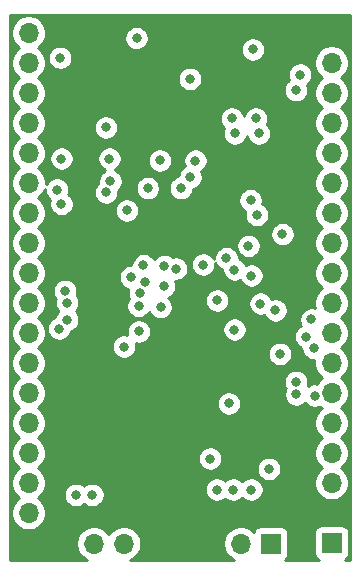
<source format=gbr>
%TF.GenerationSoftware,KiCad,Pcbnew,5.1.8*%
%TF.CreationDate,2020-12-03T14:21:02+03:00*%
%TF.ProjectId,pss_mcu_pcb,7073735f-6d63-4755-9f70-63622e6b6963,rev?*%
%TF.SameCoordinates,Original*%
%TF.FileFunction,Copper,L3,Inr*%
%TF.FilePolarity,Positive*%
%FSLAX46Y46*%
G04 Gerber Fmt 4.6, Leading zero omitted, Abs format (unit mm)*
G04 Created by KiCad (PCBNEW 5.1.8) date 2020-12-03 14:21:02*
%MOMM*%
%LPD*%
G01*
G04 APERTURE LIST*
%TA.AperFunction,ComponentPad*%
%ADD10O,1.700000X1.700000*%
%TD*%
%TA.AperFunction,ComponentPad*%
%ADD11R,1.700000X1.700000*%
%TD*%
%TA.AperFunction,ViaPad*%
%ADD12C,0.800000*%
%TD*%
%TA.AperFunction,Conductor*%
%ADD13C,0.254000*%
%TD*%
%TA.AperFunction,Conductor*%
%ADD14C,0.100000*%
%TD*%
G04 APERTURE END LIST*
D10*
%TO.N,GND*%
%TO.C,J3*%
X170942000Y-69088000D03*
%TO.N,DISP_CS*%
X170942000Y-71628000D03*
%TO.N,DISP_RST*%
X170942000Y-74168000D03*
%TO.N,DISP_DC_RS*%
X170942000Y-76708000D03*
%TO.N,DISP_SDI*%
X170942000Y-79248000D03*
%TO.N,DISP_SCK*%
X170942000Y-81788000D03*
%TO.N,DISP_SDO*%
X170942000Y-84328000D03*
%TO.N,DISP_T_CLK*%
X170942000Y-86868000D03*
%TO.N,DISP_T_CS*%
X170942000Y-89408000D03*
%TO.N,DISP_T_DIN*%
X170942000Y-91948000D03*
%TO.N,DISP_T_DO*%
X170942000Y-94488000D03*
%TO.N,DISP_T_IRQ*%
X170942000Y-97028000D03*
%TO.N,SD_SDO*%
X170942000Y-99568000D03*
%TO.N,SD_SDI*%
X170942000Y-102108000D03*
%TO.N,SD_SCK*%
X170942000Y-104648000D03*
%TO.N,SD_CS*%
X170942000Y-107188000D03*
%TO.N,GND*%
X170942000Y-109728000D03*
D11*
%TO.N,+3V3*%
X170942000Y-112268000D03*
%TD*%
D10*
%TO.N,STM_SWCLK*%
%TO.C,J1*%
X150812500Y-112331500D03*
%TO.N,STM_SWDIO*%
X153352500Y-112331500D03*
D11*
%TO.N,GND*%
X155892500Y-112331500D03*
%TD*%
%TO.N,TXD*%
%TO.C,J2*%
X165798500Y-112331500D03*
D10*
%TO.N,RXD*%
X163258500Y-112331500D03*
%TO.N,GND*%
X160718500Y-112331500D03*
%TD*%
D11*
%TO.N,GND*%
%TO.C,J4*%
X145288000Y-112268000D03*
D10*
%TO.N,+5V*%
X145288000Y-109728000D03*
%TO.N,Iron_Therm_Pos*%
X145288000Y-107188000D03*
%TO.N,Hot_Air_Therm_Pos*%
X145288000Y-104648000D03*
%TO.N,Sold_PWM*%
X145288000Y-102108000D03*
%TO.N,Sold_Switch*%
X145288000Y-99568000D03*
%TO.N,Heater_PWM*%
X145288000Y-97028000D03*
%TO.N,HotA_Enc_A*%
X145288000Y-94488000D03*
%TO.N,Sold_Enc_B*%
X145288000Y-91948000D03*
%TO.N,Sold_Enc_A*%
X145288000Y-89408000D03*
%TO.N,HotA_Switch*%
X145288000Y-86868000D03*
%TO.N,Fan_PWM*%
X145288000Y-84328000D03*
%TO.N,Hot_Air_Reed*%
X145288000Y-81788000D03*
%TO.N,HotA_Enc_B*%
X145288000Y-79248000D03*
%TO.N,Main_Switch*%
X145288000Y-76708000D03*
%TO.N,Main_Enc_B*%
X145288000Y-74168000D03*
%TO.N,Main_Enc_A*%
X145288000Y-71628000D03*
%TO.N,+3V3*%
X145288000Y-69088000D03*
%TD*%
D12*
%TO.N,GND*%
X155829000Y-74612500D03*
X158394400Y-98806000D03*
X158432500Y-96901000D03*
X157670500Y-95885000D03*
X157416500Y-97409000D03*
X157416500Y-94107000D03*
X167576500Y-106680000D03*
X164782500Y-109093000D03*
X163004500Y-109347000D03*
X161734500Y-109855000D03*
X160210500Y-109855000D03*
X158178500Y-109855000D03*
X155892500Y-109855000D03*
X154114500Y-109601000D03*
X152082500Y-106045000D03*
X150812500Y-106045000D03*
X157162500Y-103251000D03*
X158178500Y-103251000D03*
X156400500Y-107315000D03*
X155384500Y-108077000D03*
X160578800Y-103073200D03*
X154076400Y-88188800D03*
X152082500Y-87757000D03*
X154940000Y-70739000D03*
X158432500Y-70485000D03*
X156400500Y-70485000D03*
X162496500Y-70739000D03*
X162687000Y-73432500D03*
X163167224Y-95691956D03*
X152196800Y-92049600D03*
X149707600Y-86258400D03*
X148640800Y-86309200D03*
X148488400Y-87376000D03*
X161671000Y-103073200D03*
X167449500Y-104521000D03*
X149796500Y-103441500D03*
X151003000Y-103441500D03*
X147320000Y-103441500D03*
X147320000Y-101600000D03*
X157226000Y-74676000D03*
X158813500Y-74676000D03*
X168509901Y-101353727D03*
X167487600Y-87630000D03*
X167589200Y-89255600D03*
X169041955Y-91757500D03*
%TO.N,+3V3*%
X162496500Y-76327000D03*
X164528500Y-76327000D03*
X164782500Y-77597000D03*
X162750500Y-77597000D03*
X153365200Y-95656400D03*
X161226500Y-107759500D03*
X162623500Y-107759500D03*
X164147500Y-107759500D03*
X153618371Y-84123971D03*
X160669000Y-105131000D03*
X154622500Y-94361000D03*
X154614742Y-92213710D03*
X160669000Y-105131000D03*
%TO.N,EN*%
X147966750Y-71195250D03*
X164274500Y-70485000D03*
X154432000Y-69532500D03*
X166185725Y-92577989D03*
X166782479Y-86140012D03*
X161250790Y-91738089D03*
%TO.N,STM_SWCLK*%
X149288500Y-108204000D03*
X151828500Y-77089000D03*
X147881042Y-94120919D03*
X148386567Y-90941866D03*
%TO.N,STM_SWDIO*%
X150685500Y-108204000D03*
X155380175Y-82231603D03*
X156400504Y-79883000D03*
X148550790Y-93378314D03*
X148550790Y-91928302D03*
%TO.N,TXD*%
X169418000Y-95758000D03*
X168290209Y-72628790D03*
X169512137Y-99808885D03*
%TO.N,RXD*%
X169230044Y-93351689D03*
X167930997Y-73935702D03*
X167946176Y-98626824D03*
%TO.N,SD_SCK*%
X166560500Y-96266000D03*
X164084000Y-83248500D03*
X164157122Y-89635220D03*
X167957500Y-99695000D03*
%TO.N,SD_SDO*%
X162047562Y-88151757D03*
%TO.N,SD_SDI*%
X164628487Y-84489675D03*
X168800514Y-94806539D03*
X160078417Y-88708390D03*
X162725440Y-94216608D03*
%TO.N,SD_CS*%
X162242500Y-100457000D03*
X165639005Y-106010718D03*
%TO.N,DISP_T_IRQ*%
X163903477Y-87121055D03*
%TO.N,Sold_PWM*%
X156468795Y-92308125D03*
X154706133Y-91117501D03*
%TO.N,Heater_PWM*%
X157764378Y-89058120D03*
X153963811Y-89762520D03*
%TO.N,HotA_Enc_A*%
X156792162Y-88823984D03*
X155019886Y-88752807D03*
%TO.N,Sold_Switch*%
X156751206Y-90549486D03*
X155110356Y-90202827D03*
%TO.N,STM_BOOT*%
X158940500Y-72979958D03*
%TO.N,ESP32_UART_TX*%
X148078478Y-79737883D03*
%TO.N,STM_UART_RX*%
X152133632Y-79737892D03*
X158182403Y-82231629D03*
%TO.N,STM_UART_TX*%
X151861326Y-82588111D03*
X158983188Y-81305045D03*
%TO.N,ESP32_UART_RX*%
X148078500Y-83578819D03*
%TO.N,STM_RST*%
X159424274Y-79897907D03*
X152222356Y-81637914D03*
X147701000Y-82359500D03*
%TO.N,DISP_T_DO*%
X162724874Y-89127756D03*
X164913852Y-92017260D03*
%TD*%
D13*
%TO.N,GND*%
X172504501Y-106965081D02*
X172504500Y-113703500D01*
X172043667Y-113703500D01*
X172146494Y-113648537D01*
X172243185Y-113569185D01*
X172322537Y-113472494D01*
X172381502Y-113362180D01*
X172417812Y-113242482D01*
X172430072Y-113118000D01*
X172430072Y-111418000D01*
X172417812Y-111293518D01*
X172381502Y-111173820D01*
X172322537Y-111063506D01*
X172243185Y-110966815D01*
X172146494Y-110887463D01*
X172036180Y-110828498D01*
X171916482Y-110792188D01*
X171792000Y-110779928D01*
X170092000Y-110779928D01*
X169967518Y-110792188D01*
X169847820Y-110828498D01*
X169737506Y-110887463D01*
X169640815Y-110966815D01*
X169561463Y-111063506D01*
X169502498Y-111173820D01*
X169466188Y-111293518D01*
X169453928Y-111418000D01*
X169453928Y-113118000D01*
X169466188Y-113242482D01*
X169502498Y-113362180D01*
X169561463Y-113472494D01*
X169640815Y-113569185D01*
X169737506Y-113648537D01*
X169840333Y-113703500D01*
X167013396Y-113703500D01*
X167099685Y-113632685D01*
X167179037Y-113535994D01*
X167238002Y-113425680D01*
X167274312Y-113305982D01*
X167286572Y-113181500D01*
X167286572Y-111481500D01*
X167274312Y-111357018D01*
X167238002Y-111237320D01*
X167179037Y-111127006D01*
X167099685Y-111030315D01*
X167002994Y-110950963D01*
X166892680Y-110891998D01*
X166772982Y-110855688D01*
X166648500Y-110843428D01*
X164948500Y-110843428D01*
X164824018Y-110855688D01*
X164704320Y-110891998D01*
X164594006Y-110950963D01*
X164497315Y-111030315D01*
X164417963Y-111127006D01*
X164358998Y-111237320D01*
X164336987Y-111309880D01*
X164205132Y-111178025D01*
X163961911Y-111015510D01*
X163691658Y-110903568D01*
X163404760Y-110846500D01*
X163112240Y-110846500D01*
X162825342Y-110903568D01*
X162555089Y-111015510D01*
X162311868Y-111178025D01*
X162105025Y-111384868D01*
X161942510Y-111628089D01*
X161830568Y-111898342D01*
X161773500Y-112185240D01*
X161773500Y-112477760D01*
X161830568Y-112764658D01*
X161942510Y-113034911D01*
X162105025Y-113278132D01*
X162311868Y-113484975D01*
X162555089Y-113647490D01*
X162690310Y-113703500D01*
X153920690Y-113703500D01*
X154055911Y-113647490D01*
X154299132Y-113484975D01*
X154505975Y-113278132D01*
X154668490Y-113034911D01*
X154780432Y-112764658D01*
X154837500Y-112477760D01*
X154837500Y-112185240D01*
X154780432Y-111898342D01*
X154668490Y-111628089D01*
X154505975Y-111384868D01*
X154299132Y-111178025D01*
X154055911Y-111015510D01*
X153785658Y-110903568D01*
X153498760Y-110846500D01*
X153206240Y-110846500D01*
X152919342Y-110903568D01*
X152649089Y-111015510D01*
X152405868Y-111178025D01*
X152199025Y-111384868D01*
X152082500Y-111559260D01*
X151965975Y-111384868D01*
X151759132Y-111178025D01*
X151515911Y-111015510D01*
X151245658Y-110903568D01*
X150958760Y-110846500D01*
X150666240Y-110846500D01*
X150379342Y-110903568D01*
X150109089Y-111015510D01*
X149865868Y-111178025D01*
X149659025Y-111384868D01*
X149496510Y-111628089D01*
X149384568Y-111898342D01*
X149327500Y-112185240D01*
X149327500Y-112477760D01*
X149384568Y-112764658D01*
X149496510Y-113034911D01*
X149659025Y-113278132D01*
X149865868Y-113484975D01*
X150109089Y-113647490D01*
X150244310Y-113703500D01*
X143725500Y-113703500D01*
X143725500Y-68941740D01*
X143803000Y-68941740D01*
X143803000Y-69234260D01*
X143860068Y-69521158D01*
X143972010Y-69791411D01*
X144134525Y-70034632D01*
X144341368Y-70241475D01*
X144515760Y-70358000D01*
X144341368Y-70474525D01*
X144134525Y-70681368D01*
X143972010Y-70924589D01*
X143860068Y-71194842D01*
X143803000Y-71481740D01*
X143803000Y-71774260D01*
X143860068Y-72061158D01*
X143972010Y-72331411D01*
X144134525Y-72574632D01*
X144341368Y-72781475D01*
X144515760Y-72898000D01*
X144341368Y-73014525D01*
X144134525Y-73221368D01*
X143972010Y-73464589D01*
X143860068Y-73734842D01*
X143803000Y-74021740D01*
X143803000Y-74314260D01*
X143860068Y-74601158D01*
X143972010Y-74871411D01*
X144134525Y-75114632D01*
X144341368Y-75321475D01*
X144515760Y-75438000D01*
X144341368Y-75554525D01*
X144134525Y-75761368D01*
X143972010Y-76004589D01*
X143860068Y-76274842D01*
X143803000Y-76561740D01*
X143803000Y-76854260D01*
X143860068Y-77141158D01*
X143972010Y-77411411D01*
X144134525Y-77654632D01*
X144341368Y-77861475D01*
X144515760Y-77978000D01*
X144341368Y-78094525D01*
X144134525Y-78301368D01*
X143972010Y-78544589D01*
X143860068Y-78814842D01*
X143803000Y-79101740D01*
X143803000Y-79394260D01*
X143860068Y-79681158D01*
X143972010Y-79951411D01*
X144134525Y-80194632D01*
X144341368Y-80401475D01*
X144515760Y-80518000D01*
X144341368Y-80634525D01*
X144134525Y-80841368D01*
X143972010Y-81084589D01*
X143860068Y-81354842D01*
X143803000Y-81641740D01*
X143803000Y-81934260D01*
X143860068Y-82221158D01*
X143972010Y-82491411D01*
X144134525Y-82734632D01*
X144341368Y-82941475D01*
X144515760Y-83058000D01*
X144341368Y-83174525D01*
X144134525Y-83381368D01*
X143972010Y-83624589D01*
X143860068Y-83894842D01*
X143803000Y-84181740D01*
X143803000Y-84474260D01*
X143860068Y-84761158D01*
X143972010Y-85031411D01*
X144134525Y-85274632D01*
X144341368Y-85481475D01*
X144515760Y-85598000D01*
X144341368Y-85714525D01*
X144134525Y-85921368D01*
X143972010Y-86164589D01*
X143860068Y-86434842D01*
X143803000Y-86721740D01*
X143803000Y-87014260D01*
X143860068Y-87301158D01*
X143972010Y-87571411D01*
X144134525Y-87814632D01*
X144341368Y-88021475D01*
X144515760Y-88138000D01*
X144341368Y-88254525D01*
X144134525Y-88461368D01*
X143972010Y-88704589D01*
X143860068Y-88974842D01*
X143803000Y-89261740D01*
X143803000Y-89554260D01*
X143860068Y-89841158D01*
X143972010Y-90111411D01*
X144134525Y-90354632D01*
X144341368Y-90561475D01*
X144515760Y-90678000D01*
X144341368Y-90794525D01*
X144134525Y-91001368D01*
X143972010Y-91244589D01*
X143860068Y-91514842D01*
X143803000Y-91801740D01*
X143803000Y-92094260D01*
X143860068Y-92381158D01*
X143972010Y-92651411D01*
X144134525Y-92894632D01*
X144341368Y-93101475D01*
X144515760Y-93218000D01*
X144341368Y-93334525D01*
X144134525Y-93541368D01*
X143972010Y-93784589D01*
X143860068Y-94054842D01*
X143803000Y-94341740D01*
X143803000Y-94634260D01*
X143860068Y-94921158D01*
X143972010Y-95191411D01*
X144134525Y-95434632D01*
X144341368Y-95641475D01*
X144515760Y-95758000D01*
X144341368Y-95874525D01*
X144134525Y-96081368D01*
X143972010Y-96324589D01*
X143860068Y-96594842D01*
X143803000Y-96881740D01*
X143803000Y-97174260D01*
X143860068Y-97461158D01*
X143972010Y-97731411D01*
X144134525Y-97974632D01*
X144341368Y-98181475D01*
X144515760Y-98298000D01*
X144341368Y-98414525D01*
X144134525Y-98621368D01*
X143972010Y-98864589D01*
X143860068Y-99134842D01*
X143803000Y-99421740D01*
X143803000Y-99714260D01*
X143860068Y-100001158D01*
X143972010Y-100271411D01*
X144134525Y-100514632D01*
X144341368Y-100721475D01*
X144515760Y-100838000D01*
X144341368Y-100954525D01*
X144134525Y-101161368D01*
X143972010Y-101404589D01*
X143860068Y-101674842D01*
X143803000Y-101961740D01*
X143803000Y-102254260D01*
X143860068Y-102541158D01*
X143972010Y-102811411D01*
X144134525Y-103054632D01*
X144341368Y-103261475D01*
X144515760Y-103378000D01*
X144341368Y-103494525D01*
X144134525Y-103701368D01*
X143972010Y-103944589D01*
X143860068Y-104214842D01*
X143803000Y-104501740D01*
X143803000Y-104794260D01*
X143860068Y-105081158D01*
X143972010Y-105351411D01*
X144134525Y-105594632D01*
X144341368Y-105801475D01*
X144515760Y-105918000D01*
X144341368Y-106034525D01*
X144134525Y-106241368D01*
X143972010Y-106484589D01*
X143860068Y-106754842D01*
X143803000Y-107041740D01*
X143803000Y-107334260D01*
X143860068Y-107621158D01*
X143972010Y-107891411D01*
X144134525Y-108134632D01*
X144341368Y-108341475D01*
X144515760Y-108458000D01*
X144341368Y-108574525D01*
X144134525Y-108781368D01*
X143972010Y-109024589D01*
X143860068Y-109294842D01*
X143803000Y-109581740D01*
X143803000Y-109874260D01*
X143860068Y-110161158D01*
X143972010Y-110431411D01*
X144134525Y-110674632D01*
X144341368Y-110881475D01*
X144584589Y-111043990D01*
X144854842Y-111155932D01*
X145141740Y-111213000D01*
X145434260Y-111213000D01*
X145721158Y-111155932D01*
X145991411Y-111043990D01*
X146234632Y-110881475D01*
X146441475Y-110674632D01*
X146603990Y-110431411D01*
X146715932Y-110161158D01*
X146773000Y-109874260D01*
X146773000Y-109581740D01*
X146715932Y-109294842D01*
X146603990Y-109024589D01*
X146441475Y-108781368D01*
X146234632Y-108574525D01*
X146060240Y-108458000D01*
X146234632Y-108341475D01*
X146441475Y-108134632D01*
X146463238Y-108102061D01*
X148253500Y-108102061D01*
X148253500Y-108305939D01*
X148293274Y-108505898D01*
X148371295Y-108694256D01*
X148484563Y-108863774D01*
X148628726Y-109007937D01*
X148798244Y-109121205D01*
X148986602Y-109199226D01*
X149186561Y-109239000D01*
X149390439Y-109239000D01*
X149590398Y-109199226D01*
X149778756Y-109121205D01*
X149948274Y-109007937D01*
X149987000Y-108969211D01*
X150025726Y-109007937D01*
X150195244Y-109121205D01*
X150383602Y-109199226D01*
X150583561Y-109239000D01*
X150787439Y-109239000D01*
X150987398Y-109199226D01*
X151175756Y-109121205D01*
X151345274Y-109007937D01*
X151489437Y-108863774D01*
X151602705Y-108694256D01*
X151680726Y-108505898D01*
X151720500Y-108305939D01*
X151720500Y-108102061D01*
X151680726Y-107902102D01*
X151602705Y-107713744D01*
X151565165Y-107657561D01*
X160191500Y-107657561D01*
X160191500Y-107861439D01*
X160231274Y-108061398D01*
X160309295Y-108249756D01*
X160422563Y-108419274D01*
X160566726Y-108563437D01*
X160736244Y-108676705D01*
X160924602Y-108754726D01*
X161124561Y-108794500D01*
X161328439Y-108794500D01*
X161528398Y-108754726D01*
X161716756Y-108676705D01*
X161886274Y-108563437D01*
X161925000Y-108524711D01*
X161963726Y-108563437D01*
X162133244Y-108676705D01*
X162321602Y-108754726D01*
X162521561Y-108794500D01*
X162725439Y-108794500D01*
X162925398Y-108754726D01*
X163113756Y-108676705D01*
X163283274Y-108563437D01*
X163385500Y-108461211D01*
X163487726Y-108563437D01*
X163657244Y-108676705D01*
X163845602Y-108754726D01*
X164045561Y-108794500D01*
X164249439Y-108794500D01*
X164449398Y-108754726D01*
X164637756Y-108676705D01*
X164807274Y-108563437D01*
X164951437Y-108419274D01*
X165064705Y-108249756D01*
X165142726Y-108061398D01*
X165182500Y-107861439D01*
X165182500Y-107657561D01*
X165142726Y-107457602D01*
X165064705Y-107269244D01*
X164951437Y-107099726D01*
X164807274Y-106955563D01*
X164637756Y-106842295D01*
X164449398Y-106764274D01*
X164249439Y-106724500D01*
X164045561Y-106724500D01*
X163845602Y-106764274D01*
X163657244Y-106842295D01*
X163487726Y-106955563D01*
X163385500Y-107057789D01*
X163283274Y-106955563D01*
X163113756Y-106842295D01*
X162925398Y-106764274D01*
X162725439Y-106724500D01*
X162521561Y-106724500D01*
X162321602Y-106764274D01*
X162133244Y-106842295D01*
X161963726Y-106955563D01*
X161925000Y-106994289D01*
X161886274Y-106955563D01*
X161716756Y-106842295D01*
X161528398Y-106764274D01*
X161328439Y-106724500D01*
X161124561Y-106724500D01*
X160924602Y-106764274D01*
X160736244Y-106842295D01*
X160566726Y-106955563D01*
X160422563Y-107099726D01*
X160309295Y-107269244D01*
X160231274Y-107457602D01*
X160191500Y-107657561D01*
X151565165Y-107657561D01*
X151489437Y-107544226D01*
X151345274Y-107400063D01*
X151175756Y-107286795D01*
X150987398Y-107208774D01*
X150787439Y-107169000D01*
X150583561Y-107169000D01*
X150383602Y-107208774D01*
X150195244Y-107286795D01*
X150025726Y-107400063D01*
X149987000Y-107438789D01*
X149948274Y-107400063D01*
X149778756Y-107286795D01*
X149590398Y-107208774D01*
X149390439Y-107169000D01*
X149186561Y-107169000D01*
X148986602Y-107208774D01*
X148798244Y-107286795D01*
X148628726Y-107400063D01*
X148484563Y-107544226D01*
X148371295Y-107713744D01*
X148293274Y-107902102D01*
X148253500Y-108102061D01*
X146463238Y-108102061D01*
X146603990Y-107891411D01*
X146715932Y-107621158D01*
X146773000Y-107334260D01*
X146773000Y-107041740D01*
X146715932Y-106754842D01*
X146603990Y-106484589D01*
X146441475Y-106241368D01*
X146234632Y-106034525D01*
X146060240Y-105918000D01*
X146234632Y-105801475D01*
X146441475Y-105594632D01*
X146603990Y-105351411D01*
X146715932Y-105081158D01*
X146726294Y-105029061D01*
X159634000Y-105029061D01*
X159634000Y-105232939D01*
X159673774Y-105432898D01*
X159751795Y-105621256D01*
X159865063Y-105790774D01*
X160009226Y-105934937D01*
X160178744Y-106048205D01*
X160367102Y-106126226D01*
X160567061Y-106166000D01*
X160770939Y-106166000D01*
X160970898Y-106126226D01*
X161159256Y-106048205D01*
X161328774Y-105934937D01*
X161354932Y-105908779D01*
X164604005Y-105908779D01*
X164604005Y-106112657D01*
X164643779Y-106312616D01*
X164721800Y-106500974D01*
X164835068Y-106670492D01*
X164979231Y-106814655D01*
X165148749Y-106927923D01*
X165337107Y-107005944D01*
X165537066Y-107045718D01*
X165740944Y-107045718D01*
X165940903Y-107005944D01*
X166129261Y-106927923D01*
X166298779Y-106814655D01*
X166442942Y-106670492D01*
X166556210Y-106500974D01*
X166634231Y-106312616D01*
X166674005Y-106112657D01*
X166674005Y-105908779D01*
X166634231Y-105708820D01*
X166556210Y-105520462D01*
X166442942Y-105350944D01*
X166298779Y-105206781D01*
X166129261Y-105093513D01*
X165940903Y-105015492D01*
X165740944Y-104975718D01*
X165537066Y-104975718D01*
X165337107Y-105015492D01*
X165148749Y-105093513D01*
X164979231Y-105206781D01*
X164835068Y-105350944D01*
X164721800Y-105520462D01*
X164643779Y-105708820D01*
X164604005Y-105908779D01*
X161354932Y-105908779D01*
X161472937Y-105790774D01*
X161586205Y-105621256D01*
X161664226Y-105432898D01*
X161704000Y-105232939D01*
X161704000Y-105029061D01*
X161664226Y-104829102D01*
X161586205Y-104640744D01*
X161472937Y-104471226D01*
X161328774Y-104327063D01*
X161159256Y-104213795D01*
X160970898Y-104135774D01*
X160770939Y-104096000D01*
X160567061Y-104096000D01*
X160367102Y-104135774D01*
X160178744Y-104213795D01*
X160009226Y-104327063D01*
X159865063Y-104471226D01*
X159751795Y-104640744D01*
X159673774Y-104829102D01*
X159634000Y-105029061D01*
X146726294Y-105029061D01*
X146773000Y-104794260D01*
X146773000Y-104501740D01*
X146715932Y-104214842D01*
X146603990Y-103944589D01*
X146441475Y-103701368D01*
X146234632Y-103494525D01*
X146060240Y-103378000D01*
X146234632Y-103261475D01*
X146441475Y-103054632D01*
X146603990Y-102811411D01*
X146715932Y-102541158D01*
X146773000Y-102254260D01*
X146773000Y-101961740D01*
X146715932Y-101674842D01*
X146603990Y-101404589D01*
X146441475Y-101161368D01*
X146234632Y-100954525D01*
X146060240Y-100838000D01*
X146234632Y-100721475D01*
X146441475Y-100514632D01*
X146548096Y-100355061D01*
X161207500Y-100355061D01*
X161207500Y-100558939D01*
X161247274Y-100758898D01*
X161325295Y-100947256D01*
X161438563Y-101116774D01*
X161582726Y-101260937D01*
X161752244Y-101374205D01*
X161940602Y-101452226D01*
X162140561Y-101492000D01*
X162344439Y-101492000D01*
X162544398Y-101452226D01*
X162732756Y-101374205D01*
X162902274Y-101260937D01*
X163046437Y-101116774D01*
X163159705Y-100947256D01*
X163237726Y-100758898D01*
X163277500Y-100558939D01*
X163277500Y-100355061D01*
X163237726Y-100155102D01*
X163159705Y-99966744D01*
X163046437Y-99797226D01*
X162902274Y-99653063D01*
X162732756Y-99539795D01*
X162544398Y-99461774D01*
X162344439Y-99422000D01*
X162140561Y-99422000D01*
X161940602Y-99461774D01*
X161752244Y-99539795D01*
X161582726Y-99653063D01*
X161438563Y-99797226D01*
X161325295Y-99966744D01*
X161247274Y-100155102D01*
X161207500Y-100355061D01*
X146548096Y-100355061D01*
X146603990Y-100271411D01*
X146715932Y-100001158D01*
X146773000Y-99714260D01*
X146773000Y-99421740D01*
X146715932Y-99134842D01*
X146603990Y-98864589D01*
X146441475Y-98621368D01*
X146344992Y-98524885D01*
X166911176Y-98524885D01*
X166911176Y-98728763D01*
X166950950Y-98928722D01*
X167028971Y-99117080D01*
X167063921Y-99169386D01*
X167040295Y-99204744D01*
X166962274Y-99393102D01*
X166922500Y-99593061D01*
X166922500Y-99796939D01*
X166962274Y-99996898D01*
X167040295Y-100185256D01*
X167153563Y-100354774D01*
X167297726Y-100498937D01*
X167467244Y-100612205D01*
X167655602Y-100690226D01*
X167855561Y-100730000D01*
X168059439Y-100730000D01*
X168259398Y-100690226D01*
X168447756Y-100612205D01*
X168617274Y-100498937D01*
X168683908Y-100432303D01*
X168708200Y-100468659D01*
X168852363Y-100612822D01*
X169021881Y-100726090D01*
X169210239Y-100804111D01*
X169410198Y-100843885D01*
X169614076Y-100843885D01*
X169814035Y-100804111D01*
X170002320Y-100726120D01*
X170169760Y-100838000D01*
X169995368Y-100954525D01*
X169788525Y-101161368D01*
X169626010Y-101404589D01*
X169514068Y-101674842D01*
X169457000Y-101961740D01*
X169457000Y-102254260D01*
X169514068Y-102541158D01*
X169626010Y-102811411D01*
X169788525Y-103054632D01*
X169995368Y-103261475D01*
X170169760Y-103378000D01*
X169995368Y-103494525D01*
X169788525Y-103701368D01*
X169626010Y-103944589D01*
X169514068Y-104214842D01*
X169457000Y-104501740D01*
X169457000Y-104794260D01*
X169514068Y-105081158D01*
X169626010Y-105351411D01*
X169788525Y-105594632D01*
X169995368Y-105801475D01*
X170169760Y-105918000D01*
X169995368Y-106034525D01*
X169788525Y-106241368D01*
X169626010Y-106484589D01*
X169514068Y-106754842D01*
X169457000Y-107041740D01*
X169457000Y-107334260D01*
X169514068Y-107621158D01*
X169626010Y-107891411D01*
X169788525Y-108134632D01*
X169995368Y-108341475D01*
X170238589Y-108503990D01*
X170508842Y-108615932D01*
X170795740Y-108673000D01*
X171088260Y-108673000D01*
X171375158Y-108615932D01*
X171645411Y-108503990D01*
X171888632Y-108341475D01*
X172095475Y-108134632D01*
X172257990Y-107891411D01*
X172369932Y-107621158D01*
X172427000Y-107334260D01*
X172427000Y-107041740D01*
X172369932Y-106754842D01*
X172257990Y-106484589D01*
X172095475Y-106241368D01*
X171888632Y-106034525D01*
X171714240Y-105918000D01*
X171888632Y-105801475D01*
X172095475Y-105594632D01*
X172257990Y-105351411D01*
X172369932Y-105081158D01*
X172427000Y-104794260D01*
X172427000Y-104501740D01*
X172369932Y-104214842D01*
X172257990Y-103944589D01*
X172095475Y-103701368D01*
X171888632Y-103494525D01*
X171714240Y-103378000D01*
X171888632Y-103261475D01*
X172095475Y-103054632D01*
X172257990Y-102811411D01*
X172369932Y-102541158D01*
X172427000Y-102254260D01*
X172427000Y-101961740D01*
X172369932Y-101674842D01*
X172257990Y-101404589D01*
X172095475Y-101161368D01*
X171888632Y-100954525D01*
X171714240Y-100838000D01*
X171888632Y-100721475D01*
X172095475Y-100514632D01*
X172257990Y-100271411D01*
X172369932Y-100001158D01*
X172427000Y-99714260D01*
X172427000Y-99421740D01*
X172369932Y-99134842D01*
X172257990Y-98864589D01*
X172095475Y-98621368D01*
X171888632Y-98414525D01*
X171714240Y-98298000D01*
X171888632Y-98181475D01*
X172095475Y-97974632D01*
X172257990Y-97731411D01*
X172369932Y-97461158D01*
X172427000Y-97174260D01*
X172427000Y-96881740D01*
X172369932Y-96594842D01*
X172257990Y-96324589D01*
X172095475Y-96081368D01*
X171888632Y-95874525D01*
X171714240Y-95758000D01*
X171888632Y-95641475D01*
X172095475Y-95434632D01*
X172257990Y-95191411D01*
X172369932Y-94921158D01*
X172427000Y-94634260D01*
X172427000Y-94341740D01*
X172369932Y-94054842D01*
X172257990Y-93784589D01*
X172095475Y-93541368D01*
X171888632Y-93334525D01*
X171714240Y-93218000D01*
X171888632Y-93101475D01*
X172095475Y-92894632D01*
X172257990Y-92651411D01*
X172369932Y-92381158D01*
X172427000Y-92094260D01*
X172427000Y-91801740D01*
X172369932Y-91514842D01*
X172257990Y-91244589D01*
X172095475Y-91001368D01*
X171888632Y-90794525D01*
X171714240Y-90678000D01*
X171888632Y-90561475D01*
X172095475Y-90354632D01*
X172257990Y-90111411D01*
X172369932Y-89841158D01*
X172427000Y-89554260D01*
X172427000Y-89261740D01*
X172369932Y-88974842D01*
X172257990Y-88704589D01*
X172095475Y-88461368D01*
X171888632Y-88254525D01*
X171714240Y-88138000D01*
X171888632Y-88021475D01*
X172095475Y-87814632D01*
X172257990Y-87571411D01*
X172369932Y-87301158D01*
X172427000Y-87014260D01*
X172427000Y-86721740D01*
X172369932Y-86434842D01*
X172257990Y-86164589D01*
X172095475Y-85921368D01*
X171888632Y-85714525D01*
X171714240Y-85598000D01*
X171888632Y-85481475D01*
X172095475Y-85274632D01*
X172257990Y-85031411D01*
X172369932Y-84761158D01*
X172427000Y-84474260D01*
X172427000Y-84181740D01*
X172369932Y-83894842D01*
X172257990Y-83624589D01*
X172095475Y-83381368D01*
X171888632Y-83174525D01*
X171714240Y-83058000D01*
X171888632Y-82941475D01*
X172095475Y-82734632D01*
X172257990Y-82491411D01*
X172369932Y-82221158D01*
X172427000Y-81934260D01*
X172427000Y-81641740D01*
X172369932Y-81354842D01*
X172257990Y-81084589D01*
X172095475Y-80841368D01*
X171888632Y-80634525D01*
X171714240Y-80518000D01*
X171888632Y-80401475D01*
X172095475Y-80194632D01*
X172257990Y-79951411D01*
X172369932Y-79681158D01*
X172427000Y-79394260D01*
X172427000Y-79101740D01*
X172369932Y-78814842D01*
X172257990Y-78544589D01*
X172095475Y-78301368D01*
X171888632Y-78094525D01*
X171714240Y-77978000D01*
X171888632Y-77861475D01*
X172095475Y-77654632D01*
X172257990Y-77411411D01*
X172369932Y-77141158D01*
X172427000Y-76854260D01*
X172427000Y-76561740D01*
X172369932Y-76274842D01*
X172257990Y-76004589D01*
X172095475Y-75761368D01*
X171888632Y-75554525D01*
X171714240Y-75438000D01*
X171888632Y-75321475D01*
X172095475Y-75114632D01*
X172257990Y-74871411D01*
X172369932Y-74601158D01*
X172427000Y-74314260D01*
X172427000Y-74021740D01*
X172369932Y-73734842D01*
X172257990Y-73464589D01*
X172095475Y-73221368D01*
X171888632Y-73014525D01*
X171714240Y-72898000D01*
X171888632Y-72781475D01*
X172095475Y-72574632D01*
X172257990Y-72331411D01*
X172369932Y-72061158D01*
X172427000Y-71774260D01*
X172427000Y-71481740D01*
X172369932Y-71194842D01*
X172257990Y-70924589D01*
X172095475Y-70681368D01*
X171888632Y-70474525D01*
X171645411Y-70312010D01*
X171375158Y-70200068D01*
X171088260Y-70143000D01*
X170795740Y-70143000D01*
X170508842Y-70200068D01*
X170238589Y-70312010D01*
X169995368Y-70474525D01*
X169788525Y-70681368D01*
X169626010Y-70924589D01*
X169514068Y-71194842D01*
X169457000Y-71481740D01*
X169457000Y-71774260D01*
X169514068Y-72061158D01*
X169626010Y-72331411D01*
X169788525Y-72574632D01*
X169995368Y-72781475D01*
X170169760Y-72898000D01*
X169995368Y-73014525D01*
X169788525Y-73221368D01*
X169626010Y-73464589D01*
X169514068Y-73734842D01*
X169457000Y-74021740D01*
X169457000Y-74314260D01*
X169514068Y-74601158D01*
X169626010Y-74871411D01*
X169788525Y-75114632D01*
X169995368Y-75321475D01*
X170169760Y-75438000D01*
X169995368Y-75554525D01*
X169788525Y-75761368D01*
X169626010Y-76004589D01*
X169514068Y-76274842D01*
X169457000Y-76561740D01*
X169457000Y-76854260D01*
X169514068Y-77141158D01*
X169626010Y-77411411D01*
X169788525Y-77654632D01*
X169995368Y-77861475D01*
X170169760Y-77978000D01*
X169995368Y-78094525D01*
X169788525Y-78301368D01*
X169626010Y-78544589D01*
X169514068Y-78814842D01*
X169457000Y-79101740D01*
X169457000Y-79394260D01*
X169514068Y-79681158D01*
X169626010Y-79951411D01*
X169788525Y-80194632D01*
X169995368Y-80401475D01*
X170169760Y-80518000D01*
X169995368Y-80634525D01*
X169788525Y-80841368D01*
X169626010Y-81084589D01*
X169514068Y-81354842D01*
X169457000Y-81641740D01*
X169457000Y-81934260D01*
X169514068Y-82221158D01*
X169626010Y-82491411D01*
X169788525Y-82734632D01*
X169995368Y-82941475D01*
X170169760Y-83058000D01*
X169995368Y-83174525D01*
X169788525Y-83381368D01*
X169626010Y-83624589D01*
X169514068Y-83894842D01*
X169457000Y-84181740D01*
X169457000Y-84474260D01*
X169514068Y-84761158D01*
X169626010Y-85031411D01*
X169788525Y-85274632D01*
X169995368Y-85481475D01*
X170169760Y-85598000D01*
X169995368Y-85714525D01*
X169788525Y-85921368D01*
X169626010Y-86164589D01*
X169514068Y-86434842D01*
X169457000Y-86721740D01*
X169457000Y-87014260D01*
X169514068Y-87301158D01*
X169626010Y-87571411D01*
X169788525Y-87814632D01*
X169995368Y-88021475D01*
X170169760Y-88138000D01*
X169995368Y-88254525D01*
X169788525Y-88461368D01*
X169626010Y-88704589D01*
X169514068Y-88974842D01*
X169457000Y-89261740D01*
X169457000Y-89554260D01*
X169514068Y-89841158D01*
X169626010Y-90111411D01*
X169788525Y-90354632D01*
X169995368Y-90561475D01*
X170169760Y-90678000D01*
X169995368Y-90794525D01*
X169788525Y-91001368D01*
X169626010Y-91244589D01*
X169514068Y-91514842D01*
X169457000Y-91801740D01*
X169457000Y-92094260D01*
X169508217Y-92351744D01*
X169331983Y-92316689D01*
X169128105Y-92316689D01*
X168928146Y-92356463D01*
X168739788Y-92434484D01*
X168570270Y-92547752D01*
X168426107Y-92691915D01*
X168312839Y-92861433D01*
X168234818Y-93049791D01*
X168195044Y-93249750D01*
X168195044Y-93453628D01*
X168234818Y-93653587D01*
X168312839Y-93841945D01*
X168337080Y-93878224D01*
X168310258Y-93889334D01*
X168140740Y-94002602D01*
X167996577Y-94146765D01*
X167883309Y-94316283D01*
X167805288Y-94504641D01*
X167765514Y-94704600D01*
X167765514Y-94908478D01*
X167805288Y-95108437D01*
X167883309Y-95296795D01*
X167996577Y-95466313D01*
X168140740Y-95610476D01*
X168310258Y-95723744D01*
X168383000Y-95753875D01*
X168383000Y-95859939D01*
X168422774Y-96059898D01*
X168500795Y-96248256D01*
X168614063Y-96417774D01*
X168758226Y-96561937D01*
X168927744Y-96675205D01*
X169116102Y-96753226D01*
X169316061Y-96793000D01*
X169474652Y-96793000D01*
X169457000Y-96881740D01*
X169457000Y-97174260D01*
X169514068Y-97461158D01*
X169626010Y-97731411D01*
X169788525Y-97974632D01*
X169995368Y-98181475D01*
X170169760Y-98298000D01*
X169995368Y-98414525D01*
X169788525Y-98621368D01*
X169678106Y-98786621D01*
X169614076Y-98773885D01*
X169410198Y-98773885D01*
X169210239Y-98813659D01*
X169021881Y-98891680D01*
X168931819Y-98951857D01*
X168941402Y-98928722D01*
X168981176Y-98728763D01*
X168981176Y-98524885D01*
X168941402Y-98324926D01*
X168863381Y-98136568D01*
X168750113Y-97967050D01*
X168605950Y-97822887D01*
X168436432Y-97709619D01*
X168248074Y-97631598D01*
X168048115Y-97591824D01*
X167844237Y-97591824D01*
X167644278Y-97631598D01*
X167455920Y-97709619D01*
X167286402Y-97822887D01*
X167142239Y-97967050D01*
X167028971Y-98136568D01*
X166950950Y-98324926D01*
X166911176Y-98524885D01*
X146344992Y-98524885D01*
X146234632Y-98414525D01*
X146060240Y-98298000D01*
X146234632Y-98181475D01*
X146441475Y-97974632D01*
X146603990Y-97731411D01*
X146715932Y-97461158D01*
X146773000Y-97174260D01*
X146773000Y-96881740D01*
X146715932Y-96594842D01*
X146603990Y-96324589D01*
X146441475Y-96081368D01*
X146234632Y-95874525D01*
X146060240Y-95758000D01*
X146234632Y-95641475D01*
X146321646Y-95554461D01*
X152330200Y-95554461D01*
X152330200Y-95758339D01*
X152369974Y-95958298D01*
X152447995Y-96146656D01*
X152561263Y-96316174D01*
X152705426Y-96460337D01*
X152874944Y-96573605D01*
X153063302Y-96651626D01*
X153263261Y-96691400D01*
X153467139Y-96691400D01*
X153667098Y-96651626D01*
X153855456Y-96573605D01*
X154024974Y-96460337D01*
X154169137Y-96316174D01*
X154270775Y-96164061D01*
X165525500Y-96164061D01*
X165525500Y-96367939D01*
X165565274Y-96567898D01*
X165643295Y-96756256D01*
X165756563Y-96925774D01*
X165900726Y-97069937D01*
X166070244Y-97183205D01*
X166258602Y-97261226D01*
X166458561Y-97301000D01*
X166662439Y-97301000D01*
X166862398Y-97261226D01*
X167050756Y-97183205D01*
X167220274Y-97069937D01*
X167364437Y-96925774D01*
X167477705Y-96756256D01*
X167555726Y-96567898D01*
X167595500Y-96367939D01*
X167595500Y-96164061D01*
X167555726Y-95964102D01*
X167477705Y-95775744D01*
X167364437Y-95606226D01*
X167220274Y-95462063D01*
X167050756Y-95348795D01*
X166862398Y-95270774D01*
X166662439Y-95231000D01*
X166458561Y-95231000D01*
X166258602Y-95270774D01*
X166070244Y-95348795D01*
X165900726Y-95462063D01*
X165756563Y-95606226D01*
X165643295Y-95775744D01*
X165565274Y-95964102D01*
X165525500Y-96164061D01*
X154270775Y-96164061D01*
X154282405Y-96146656D01*
X154360426Y-95958298D01*
X154400200Y-95758339D01*
X154400200Y-95554461D01*
X154362424Y-95364545D01*
X154520561Y-95396000D01*
X154724439Y-95396000D01*
X154924398Y-95356226D01*
X155112756Y-95278205D01*
X155282274Y-95164937D01*
X155426437Y-95020774D01*
X155539705Y-94851256D01*
X155617726Y-94662898D01*
X155657500Y-94462939D01*
X155657500Y-94259061D01*
X155628779Y-94114669D01*
X161690440Y-94114669D01*
X161690440Y-94318547D01*
X161730214Y-94518506D01*
X161808235Y-94706864D01*
X161921503Y-94876382D01*
X162065666Y-95020545D01*
X162235184Y-95133813D01*
X162423542Y-95211834D01*
X162623501Y-95251608D01*
X162827379Y-95251608D01*
X163027338Y-95211834D01*
X163215696Y-95133813D01*
X163385214Y-95020545D01*
X163529377Y-94876382D01*
X163642645Y-94706864D01*
X163720666Y-94518506D01*
X163760440Y-94318547D01*
X163760440Y-94114669D01*
X163720666Y-93914710D01*
X163642645Y-93726352D01*
X163529377Y-93556834D01*
X163385214Y-93412671D01*
X163215696Y-93299403D01*
X163027338Y-93221382D01*
X162827379Y-93181608D01*
X162623501Y-93181608D01*
X162423542Y-93221382D01*
X162235184Y-93299403D01*
X162065666Y-93412671D01*
X161921503Y-93556834D01*
X161808235Y-93726352D01*
X161730214Y-93914710D01*
X161690440Y-94114669D01*
X155628779Y-94114669D01*
X155617726Y-94059102D01*
X155539705Y-93870744D01*
X155426437Y-93701226D01*
X155282274Y-93557063D01*
X155112756Y-93443795D01*
X154924398Y-93365774D01*
X154724439Y-93326000D01*
X154520561Y-93326000D01*
X154320602Y-93365774D01*
X154132244Y-93443795D01*
X153962726Y-93557063D01*
X153818563Y-93701226D01*
X153705295Y-93870744D01*
X153627274Y-94059102D01*
X153587500Y-94259061D01*
X153587500Y-94462939D01*
X153625276Y-94652855D01*
X153467139Y-94621400D01*
X153263261Y-94621400D01*
X153063302Y-94661174D01*
X152874944Y-94739195D01*
X152705426Y-94852463D01*
X152561263Y-94996626D01*
X152447995Y-95166144D01*
X152369974Y-95354502D01*
X152330200Y-95554461D01*
X146321646Y-95554461D01*
X146441475Y-95434632D01*
X146603990Y-95191411D01*
X146715932Y-94921158D01*
X146773000Y-94634260D01*
X146773000Y-94341740D01*
X146715932Y-94054842D01*
X146701078Y-94018980D01*
X146846042Y-94018980D01*
X146846042Y-94222858D01*
X146885816Y-94422817D01*
X146963837Y-94611175D01*
X147077105Y-94780693D01*
X147221268Y-94924856D01*
X147390786Y-95038124D01*
X147579144Y-95116145D01*
X147779103Y-95155919D01*
X147982981Y-95155919D01*
X148182940Y-95116145D01*
X148371298Y-95038124D01*
X148540816Y-94924856D01*
X148684979Y-94780693D01*
X148798247Y-94611175D01*
X148876268Y-94422817D01*
X148889067Y-94358471D01*
X149041046Y-94295519D01*
X149210564Y-94182251D01*
X149354727Y-94038088D01*
X149467995Y-93868570D01*
X149546016Y-93680212D01*
X149585790Y-93480253D01*
X149585790Y-93276375D01*
X149546016Y-93076416D01*
X149467995Y-92888058D01*
X149354727Y-92718540D01*
X149289495Y-92653308D01*
X149354727Y-92588076D01*
X149467995Y-92418558D01*
X149546016Y-92230200D01*
X149585790Y-92030241D01*
X149585790Y-91826363D01*
X149546016Y-91626404D01*
X149467995Y-91438046D01*
X149365103Y-91284057D01*
X149381793Y-91243764D01*
X149421567Y-91043805D01*
X149421567Y-90839927D01*
X149381793Y-90639968D01*
X149303772Y-90451610D01*
X149190504Y-90282092D01*
X149046341Y-90137929D01*
X148876823Y-90024661D01*
X148688465Y-89946640D01*
X148488506Y-89906866D01*
X148284628Y-89906866D01*
X148084669Y-89946640D01*
X147896311Y-90024661D01*
X147726793Y-90137929D01*
X147582630Y-90282092D01*
X147469362Y-90451610D01*
X147391341Y-90639968D01*
X147351567Y-90839927D01*
X147351567Y-91043805D01*
X147391341Y-91243764D01*
X147469362Y-91432122D01*
X147572254Y-91586111D01*
X147555564Y-91626404D01*
X147515790Y-91826363D01*
X147515790Y-92030241D01*
X147555564Y-92230200D01*
X147633585Y-92418558D01*
X147746853Y-92588076D01*
X147812085Y-92653308D01*
X147746853Y-92718540D01*
X147633585Y-92888058D01*
X147555564Y-93076416D01*
X147542765Y-93140762D01*
X147390786Y-93203714D01*
X147221268Y-93316982D01*
X147077105Y-93461145D01*
X146963837Y-93630663D01*
X146885816Y-93819021D01*
X146846042Y-94018980D01*
X146701078Y-94018980D01*
X146603990Y-93784589D01*
X146441475Y-93541368D01*
X146234632Y-93334525D01*
X146060240Y-93218000D01*
X146234632Y-93101475D01*
X146441475Y-92894632D01*
X146603990Y-92651411D01*
X146715932Y-92381158D01*
X146773000Y-92094260D01*
X146773000Y-91801740D01*
X146715932Y-91514842D01*
X146603990Y-91244589D01*
X146441475Y-91001368D01*
X146234632Y-90794525D01*
X146060240Y-90678000D01*
X146234632Y-90561475D01*
X146441475Y-90354632D01*
X146603990Y-90111411D01*
X146715932Y-89841158D01*
X146751851Y-89660581D01*
X152928811Y-89660581D01*
X152928811Y-89864459D01*
X152968585Y-90064418D01*
X153046606Y-90252776D01*
X153159874Y-90422294D01*
X153304037Y-90566457D01*
X153473555Y-90679725D01*
X153661913Y-90757746D01*
X153729319Y-90771154D01*
X153710907Y-90815603D01*
X153671133Y-91015562D01*
X153671133Y-91219440D01*
X153710907Y-91419399D01*
X153783538Y-91594744D01*
X153697537Y-91723454D01*
X153619516Y-91911812D01*
X153579742Y-92111771D01*
X153579742Y-92315649D01*
X153619516Y-92515608D01*
X153697537Y-92703966D01*
X153810805Y-92873484D01*
X153954968Y-93017647D01*
X154124486Y-93130915D01*
X154312844Y-93208936D01*
X154512803Y-93248710D01*
X154716681Y-93248710D01*
X154916640Y-93208936D01*
X155104998Y-93130915D01*
X155274516Y-93017647D01*
X155418679Y-92873484D01*
X155519931Y-92721950D01*
X155551590Y-92798381D01*
X155664858Y-92967899D01*
X155809021Y-93112062D01*
X155978539Y-93225330D01*
X156166897Y-93303351D01*
X156366856Y-93343125D01*
X156570734Y-93343125D01*
X156770693Y-93303351D01*
X156959051Y-93225330D01*
X157128569Y-93112062D01*
X157272732Y-92967899D01*
X157386000Y-92798381D01*
X157464021Y-92610023D01*
X157503795Y-92410064D01*
X157503795Y-92206186D01*
X157464021Y-92006227D01*
X157386000Y-91817869D01*
X157272732Y-91648351D01*
X157260531Y-91636150D01*
X160215790Y-91636150D01*
X160215790Y-91840028D01*
X160255564Y-92039987D01*
X160333585Y-92228345D01*
X160446853Y-92397863D01*
X160591016Y-92542026D01*
X160760534Y-92655294D01*
X160948892Y-92733315D01*
X161148851Y-92773089D01*
X161352729Y-92773089D01*
X161552688Y-92733315D01*
X161741046Y-92655294D01*
X161910564Y-92542026D01*
X162054727Y-92397863D01*
X162167995Y-92228345D01*
X162246016Y-92039987D01*
X162270813Y-91915321D01*
X163878852Y-91915321D01*
X163878852Y-92119199D01*
X163918626Y-92319158D01*
X163996647Y-92507516D01*
X164109915Y-92677034D01*
X164254078Y-92821197D01*
X164423596Y-92934465D01*
X164611954Y-93012486D01*
X164811913Y-93052260D01*
X165015791Y-93052260D01*
X165215750Y-93012486D01*
X165241078Y-93001995D01*
X165268520Y-93068245D01*
X165381788Y-93237763D01*
X165525951Y-93381926D01*
X165695469Y-93495194D01*
X165883827Y-93573215D01*
X166083786Y-93612989D01*
X166287664Y-93612989D01*
X166487623Y-93573215D01*
X166675981Y-93495194D01*
X166845499Y-93381926D01*
X166989662Y-93237763D01*
X167102930Y-93068245D01*
X167180951Y-92879887D01*
X167220725Y-92679928D01*
X167220725Y-92476050D01*
X167180951Y-92276091D01*
X167102930Y-92087733D01*
X166989662Y-91918215D01*
X166845499Y-91774052D01*
X166675981Y-91660784D01*
X166487623Y-91582763D01*
X166287664Y-91542989D01*
X166083786Y-91542989D01*
X165883827Y-91582763D01*
X165858499Y-91593254D01*
X165831057Y-91527004D01*
X165717789Y-91357486D01*
X165573626Y-91213323D01*
X165404108Y-91100055D01*
X165215750Y-91022034D01*
X165015791Y-90982260D01*
X164811913Y-90982260D01*
X164611954Y-91022034D01*
X164423596Y-91100055D01*
X164254078Y-91213323D01*
X164109915Y-91357486D01*
X163996647Y-91527004D01*
X163918626Y-91715362D01*
X163878852Y-91915321D01*
X162270813Y-91915321D01*
X162285790Y-91840028D01*
X162285790Y-91636150D01*
X162246016Y-91436191D01*
X162167995Y-91247833D01*
X162054727Y-91078315D01*
X161910564Y-90934152D01*
X161741046Y-90820884D01*
X161552688Y-90742863D01*
X161352729Y-90703089D01*
X161148851Y-90703089D01*
X160948892Y-90742863D01*
X160760534Y-90820884D01*
X160591016Y-90934152D01*
X160446853Y-91078315D01*
X160333585Y-91247833D01*
X160255564Y-91436191D01*
X160215790Y-91636150D01*
X157260531Y-91636150D01*
X157135120Y-91510739D01*
X157241462Y-91466691D01*
X157410980Y-91353423D01*
X157555143Y-91209260D01*
X157668411Y-91039742D01*
X157746432Y-90851384D01*
X157786206Y-90651425D01*
X157786206Y-90447547D01*
X157746432Y-90247588D01*
X157682449Y-90093120D01*
X157866317Y-90093120D01*
X158066276Y-90053346D01*
X158254634Y-89975325D01*
X158424152Y-89862057D01*
X158568315Y-89717894D01*
X158681583Y-89548376D01*
X158759604Y-89360018D01*
X158799378Y-89160059D01*
X158799378Y-88956181D01*
X158759604Y-88756222D01*
X158697567Y-88606451D01*
X159043417Y-88606451D01*
X159043417Y-88810329D01*
X159083191Y-89010288D01*
X159161212Y-89198646D01*
X159274480Y-89368164D01*
X159418643Y-89512327D01*
X159588161Y-89625595D01*
X159776519Y-89703616D01*
X159976478Y-89743390D01*
X160180356Y-89743390D01*
X160380315Y-89703616D01*
X160568673Y-89625595D01*
X160738191Y-89512327D01*
X160882354Y-89368164D01*
X160995622Y-89198646D01*
X161073643Y-89010288D01*
X161113417Y-88810329D01*
X161113417Y-88606451D01*
X161111376Y-88596188D01*
X161130357Y-88642013D01*
X161243625Y-88811531D01*
X161387788Y-88955694D01*
X161557306Y-89068962D01*
X161689874Y-89123874D01*
X161689874Y-89229695D01*
X161729648Y-89429654D01*
X161807669Y-89618012D01*
X161920937Y-89787530D01*
X162065100Y-89931693D01*
X162234618Y-90044961D01*
X162422976Y-90122982D01*
X162622935Y-90162756D01*
X162826813Y-90162756D01*
X163026772Y-90122982D01*
X163207820Y-90047989D01*
X163239917Y-90125476D01*
X163353185Y-90294994D01*
X163497348Y-90439157D01*
X163666866Y-90552425D01*
X163855224Y-90630446D01*
X164055183Y-90670220D01*
X164259061Y-90670220D01*
X164459020Y-90630446D01*
X164647378Y-90552425D01*
X164816896Y-90439157D01*
X164961059Y-90294994D01*
X165074327Y-90125476D01*
X165152348Y-89937118D01*
X165192122Y-89737159D01*
X165192122Y-89533281D01*
X165152348Y-89333322D01*
X165074327Y-89144964D01*
X164961059Y-88975446D01*
X164816896Y-88831283D01*
X164647378Y-88718015D01*
X164459020Y-88639994D01*
X164259061Y-88600220D01*
X164055183Y-88600220D01*
X163855224Y-88639994D01*
X163674176Y-88714987D01*
X163642079Y-88637500D01*
X163528811Y-88467982D01*
X163384648Y-88323819D01*
X163215130Y-88210551D01*
X163082562Y-88155639D01*
X163082562Y-88049818D01*
X163042788Y-87849859D01*
X162964767Y-87661501D01*
X162851499Y-87491983D01*
X162707336Y-87347820D01*
X162537818Y-87234552D01*
X162349460Y-87156531D01*
X162149501Y-87116757D01*
X161945623Y-87116757D01*
X161745664Y-87156531D01*
X161557306Y-87234552D01*
X161387788Y-87347820D01*
X161243625Y-87491983D01*
X161130357Y-87661501D01*
X161052336Y-87849859D01*
X161012562Y-88049818D01*
X161012562Y-88253696D01*
X161014603Y-88263959D01*
X160995622Y-88218134D01*
X160882354Y-88048616D01*
X160738191Y-87904453D01*
X160568673Y-87791185D01*
X160380315Y-87713164D01*
X160180356Y-87673390D01*
X159976478Y-87673390D01*
X159776519Y-87713164D01*
X159588161Y-87791185D01*
X159418643Y-87904453D01*
X159274480Y-88048616D01*
X159161212Y-88218134D01*
X159083191Y-88406492D01*
X159043417Y-88606451D01*
X158697567Y-88606451D01*
X158681583Y-88567864D01*
X158568315Y-88398346D01*
X158424152Y-88254183D01*
X158254634Y-88140915D01*
X158066276Y-88062894D01*
X157866317Y-88023120D01*
X157662439Y-88023120D01*
X157489424Y-88057535D01*
X157451936Y-88020047D01*
X157282418Y-87906779D01*
X157094060Y-87828758D01*
X156894101Y-87788984D01*
X156690223Y-87788984D01*
X156490264Y-87828758D01*
X156301906Y-87906779D01*
X156132388Y-88020047D01*
X155988225Y-88164210D01*
X155929803Y-88251644D01*
X155823823Y-88093033D01*
X155679660Y-87948870D01*
X155510142Y-87835602D01*
X155321784Y-87757581D01*
X155121825Y-87717807D01*
X154917947Y-87717807D01*
X154717988Y-87757581D01*
X154529630Y-87835602D01*
X154360112Y-87948870D01*
X154215949Y-88093033D01*
X154102681Y-88262551D01*
X154024660Y-88450909D01*
X153984886Y-88650868D01*
X153984886Y-88727520D01*
X153861872Y-88727520D01*
X153661913Y-88767294D01*
X153473555Y-88845315D01*
X153304037Y-88958583D01*
X153159874Y-89102746D01*
X153046606Y-89272264D01*
X152968585Y-89460622D01*
X152928811Y-89660581D01*
X146751851Y-89660581D01*
X146773000Y-89554260D01*
X146773000Y-89261740D01*
X146715932Y-88974842D01*
X146603990Y-88704589D01*
X146441475Y-88461368D01*
X146234632Y-88254525D01*
X146060240Y-88138000D01*
X146234632Y-88021475D01*
X146441475Y-87814632D01*
X146603990Y-87571411D01*
X146715932Y-87301158D01*
X146772034Y-87019116D01*
X162868477Y-87019116D01*
X162868477Y-87222994D01*
X162908251Y-87422953D01*
X162986272Y-87611311D01*
X163099540Y-87780829D01*
X163243703Y-87924992D01*
X163413221Y-88038260D01*
X163601579Y-88116281D01*
X163801538Y-88156055D01*
X164005416Y-88156055D01*
X164205375Y-88116281D01*
X164393733Y-88038260D01*
X164563251Y-87924992D01*
X164707414Y-87780829D01*
X164820682Y-87611311D01*
X164898703Y-87422953D01*
X164938477Y-87222994D01*
X164938477Y-87019116D01*
X164898703Y-86819157D01*
X164820682Y-86630799D01*
X164707414Y-86461281D01*
X164563251Y-86317118D01*
X164393733Y-86203850D01*
X164205375Y-86125829D01*
X164005416Y-86086055D01*
X163801538Y-86086055D01*
X163601579Y-86125829D01*
X163413221Y-86203850D01*
X163243703Y-86317118D01*
X163099540Y-86461281D01*
X162986272Y-86630799D01*
X162908251Y-86819157D01*
X162868477Y-87019116D01*
X146772034Y-87019116D01*
X146773000Y-87014260D01*
X146773000Y-86721740D01*
X146715932Y-86434842D01*
X146603990Y-86164589D01*
X146519455Y-86038073D01*
X165747479Y-86038073D01*
X165747479Y-86241951D01*
X165787253Y-86441910D01*
X165865274Y-86630268D01*
X165978542Y-86799786D01*
X166122705Y-86943949D01*
X166292223Y-87057217D01*
X166480581Y-87135238D01*
X166680540Y-87175012D01*
X166884418Y-87175012D01*
X167084377Y-87135238D01*
X167272735Y-87057217D01*
X167442253Y-86943949D01*
X167586416Y-86799786D01*
X167699684Y-86630268D01*
X167777705Y-86441910D01*
X167817479Y-86241951D01*
X167817479Y-86038073D01*
X167777705Y-85838114D01*
X167699684Y-85649756D01*
X167586416Y-85480238D01*
X167442253Y-85336075D01*
X167272735Y-85222807D01*
X167084377Y-85144786D01*
X166884418Y-85105012D01*
X166680540Y-85105012D01*
X166480581Y-85144786D01*
X166292223Y-85222807D01*
X166122705Y-85336075D01*
X165978542Y-85480238D01*
X165865274Y-85649756D01*
X165787253Y-85838114D01*
X165747479Y-86038073D01*
X146519455Y-86038073D01*
X146441475Y-85921368D01*
X146234632Y-85714525D01*
X146060240Y-85598000D01*
X146234632Y-85481475D01*
X146441475Y-85274632D01*
X146603990Y-85031411D01*
X146715932Y-84761158D01*
X146773000Y-84474260D01*
X146773000Y-84181740D01*
X146715932Y-83894842D01*
X146603990Y-83624589D01*
X146441475Y-83381368D01*
X146234632Y-83174525D01*
X146060240Y-83058000D01*
X146234632Y-82941475D01*
X146441475Y-82734632D01*
X146603990Y-82491411D01*
X146666000Y-82341705D01*
X146666000Y-82461439D01*
X146705774Y-82661398D01*
X146783795Y-82849756D01*
X146897063Y-83019274D01*
X147041226Y-83163437D01*
X147110976Y-83210042D01*
X147083274Y-83276921D01*
X147043500Y-83476880D01*
X147043500Y-83680758D01*
X147083274Y-83880717D01*
X147161295Y-84069075D01*
X147274563Y-84238593D01*
X147418726Y-84382756D01*
X147588244Y-84496024D01*
X147776602Y-84574045D01*
X147976561Y-84613819D01*
X148180439Y-84613819D01*
X148380398Y-84574045D01*
X148568756Y-84496024D01*
X148738274Y-84382756D01*
X148882437Y-84238593D01*
X148995705Y-84069075D01*
X149015190Y-84022032D01*
X152583371Y-84022032D01*
X152583371Y-84225910D01*
X152623145Y-84425869D01*
X152701166Y-84614227D01*
X152814434Y-84783745D01*
X152958597Y-84927908D01*
X153128115Y-85041176D01*
X153316473Y-85119197D01*
X153516432Y-85158971D01*
X153720310Y-85158971D01*
X153920269Y-85119197D01*
X154108627Y-85041176D01*
X154278145Y-84927908D01*
X154422308Y-84783745D01*
X154535576Y-84614227D01*
X154613597Y-84425869D01*
X154653371Y-84225910D01*
X154653371Y-84022032D01*
X154613597Y-83822073D01*
X154535576Y-83633715D01*
X154422308Y-83464197D01*
X154278145Y-83320034D01*
X154108627Y-83206766D01*
X153920269Y-83128745D01*
X153720310Y-83088971D01*
X153516432Y-83088971D01*
X153316473Y-83128745D01*
X153128115Y-83206766D01*
X152958597Y-83320034D01*
X152814434Y-83464197D01*
X152701166Y-83633715D01*
X152623145Y-83822073D01*
X152583371Y-84022032D01*
X149015190Y-84022032D01*
X149073726Y-83880717D01*
X149113500Y-83680758D01*
X149113500Y-83476880D01*
X149073726Y-83276921D01*
X148995705Y-83088563D01*
X148882437Y-82919045D01*
X148738274Y-82774882D01*
X148668524Y-82728277D01*
X148696226Y-82661398D01*
X148731080Y-82486172D01*
X150826326Y-82486172D01*
X150826326Y-82690050D01*
X150866100Y-82890009D01*
X150944121Y-83078367D01*
X151057389Y-83247885D01*
X151201552Y-83392048D01*
X151371070Y-83505316D01*
X151559428Y-83583337D01*
X151759387Y-83623111D01*
X151963265Y-83623111D01*
X152163224Y-83583337D01*
X152351582Y-83505316D01*
X152521100Y-83392048D01*
X152665263Y-83247885D01*
X152778531Y-83078367D01*
X152856552Y-82890009D01*
X152896326Y-82690050D01*
X152896326Y-82486172D01*
X152886617Y-82437364D01*
X153026293Y-82297688D01*
X153138562Y-82129664D01*
X154345175Y-82129664D01*
X154345175Y-82333542D01*
X154384949Y-82533501D01*
X154462970Y-82721859D01*
X154576238Y-82891377D01*
X154720401Y-83035540D01*
X154889919Y-83148808D01*
X155078277Y-83226829D01*
X155278236Y-83266603D01*
X155482114Y-83266603D01*
X155682073Y-83226829D01*
X155870431Y-83148808D01*
X156039949Y-83035540D01*
X156184112Y-82891377D01*
X156297380Y-82721859D01*
X156375401Y-82533501D01*
X156415175Y-82333542D01*
X156415175Y-82129690D01*
X157147403Y-82129690D01*
X157147403Y-82333568D01*
X157187177Y-82533527D01*
X157265198Y-82721885D01*
X157378466Y-82891403D01*
X157522629Y-83035566D01*
X157692147Y-83148834D01*
X157880505Y-83226855D01*
X158080464Y-83266629D01*
X158284342Y-83266629D01*
X158484301Y-83226855D01*
X158672659Y-83148834D01*
X158676060Y-83146561D01*
X163049000Y-83146561D01*
X163049000Y-83350439D01*
X163088774Y-83550398D01*
X163166795Y-83738756D01*
X163280063Y-83908274D01*
X163424226Y-84052437D01*
X163593744Y-84165705D01*
X163635277Y-84182909D01*
X163633261Y-84187777D01*
X163593487Y-84387736D01*
X163593487Y-84591614D01*
X163633261Y-84791573D01*
X163711282Y-84979931D01*
X163824550Y-85149449D01*
X163968713Y-85293612D01*
X164138231Y-85406880D01*
X164326589Y-85484901D01*
X164526548Y-85524675D01*
X164730426Y-85524675D01*
X164930385Y-85484901D01*
X165118743Y-85406880D01*
X165288261Y-85293612D01*
X165432424Y-85149449D01*
X165545692Y-84979931D01*
X165623713Y-84791573D01*
X165663487Y-84591614D01*
X165663487Y-84387736D01*
X165623713Y-84187777D01*
X165545692Y-83999419D01*
X165432424Y-83829901D01*
X165288261Y-83685738D01*
X165118743Y-83572470D01*
X165077210Y-83555266D01*
X165079226Y-83550398D01*
X165119000Y-83350439D01*
X165119000Y-83146561D01*
X165079226Y-82946602D01*
X165001205Y-82758244D01*
X164887937Y-82588726D01*
X164743774Y-82444563D01*
X164574256Y-82331295D01*
X164385898Y-82253274D01*
X164185939Y-82213500D01*
X163982061Y-82213500D01*
X163782102Y-82253274D01*
X163593744Y-82331295D01*
X163424226Y-82444563D01*
X163280063Y-82588726D01*
X163166795Y-82758244D01*
X163088774Y-82946602D01*
X163049000Y-83146561D01*
X158676060Y-83146561D01*
X158842177Y-83035566D01*
X158986340Y-82891403D01*
X159099608Y-82721885D01*
X159177629Y-82533527D01*
X159217403Y-82333568D01*
X159217403Y-82313734D01*
X159285086Y-82300271D01*
X159473444Y-82222250D01*
X159642962Y-82108982D01*
X159787125Y-81964819D01*
X159900393Y-81795301D01*
X159978414Y-81606943D01*
X160018188Y-81406984D01*
X160018188Y-81203106D01*
X159978414Y-81003147D01*
X159902578Y-80820063D01*
X159914530Y-80815112D01*
X160084048Y-80701844D01*
X160228211Y-80557681D01*
X160341479Y-80388163D01*
X160419500Y-80199805D01*
X160459274Y-79999846D01*
X160459274Y-79795968D01*
X160419500Y-79596009D01*
X160341479Y-79407651D01*
X160228211Y-79238133D01*
X160084048Y-79093970D01*
X159914530Y-78980702D01*
X159726172Y-78902681D01*
X159526213Y-78862907D01*
X159322335Y-78862907D01*
X159122376Y-78902681D01*
X158934018Y-78980702D01*
X158764500Y-79093970D01*
X158620337Y-79238133D01*
X158507069Y-79407651D01*
X158429048Y-79596009D01*
X158389274Y-79795968D01*
X158389274Y-79999846D01*
X158429048Y-80199805D01*
X158504884Y-80382889D01*
X158492932Y-80387840D01*
X158323414Y-80501108D01*
X158179251Y-80645271D01*
X158065983Y-80814789D01*
X157987962Y-81003147D01*
X157948188Y-81203106D01*
X157948188Y-81222940D01*
X157880505Y-81236403D01*
X157692147Y-81314424D01*
X157522629Y-81427692D01*
X157378466Y-81571855D01*
X157265198Y-81741373D01*
X157187177Y-81929731D01*
X157147403Y-82129690D01*
X156415175Y-82129690D01*
X156415175Y-82129664D01*
X156375401Y-81929705D01*
X156297380Y-81741347D01*
X156184112Y-81571829D01*
X156039949Y-81427666D01*
X155870431Y-81314398D01*
X155682073Y-81236377D01*
X155482114Y-81196603D01*
X155278236Y-81196603D01*
X155078277Y-81236377D01*
X154889919Y-81314398D01*
X154720401Y-81427666D01*
X154576238Y-81571829D01*
X154462970Y-81741347D01*
X154384949Y-81929705D01*
X154345175Y-82129664D01*
X153138562Y-82129664D01*
X153139561Y-82128170D01*
X153217582Y-81939812D01*
X153257356Y-81739853D01*
X153257356Y-81535975D01*
X153217582Y-81336016D01*
X153139561Y-81147658D01*
X153026293Y-80978140D01*
X152882130Y-80833977D01*
X152712612Y-80720709D01*
X152589050Y-80669528D01*
X152623888Y-80655097D01*
X152793406Y-80541829D01*
X152937569Y-80397666D01*
X153050837Y-80228148D01*
X153128858Y-80039790D01*
X153168632Y-79839831D01*
X153168632Y-79781061D01*
X155365504Y-79781061D01*
X155365504Y-79984939D01*
X155405278Y-80184898D01*
X155483299Y-80373256D01*
X155596567Y-80542774D01*
X155740730Y-80686937D01*
X155910248Y-80800205D01*
X156098606Y-80878226D01*
X156298565Y-80918000D01*
X156502443Y-80918000D01*
X156702402Y-80878226D01*
X156890760Y-80800205D01*
X157060278Y-80686937D01*
X157204441Y-80542774D01*
X157317709Y-80373256D01*
X157395730Y-80184898D01*
X157435504Y-79984939D01*
X157435504Y-79781061D01*
X157395730Y-79581102D01*
X157317709Y-79392744D01*
X157204441Y-79223226D01*
X157060278Y-79079063D01*
X156890760Y-78965795D01*
X156702402Y-78887774D01*
X156502443Y-78848000D01*
X156298565Y-78848000D01*
X156098606Y-78887774D01*
X155910248Y-78965795D01*
X155740730Y-79079063D01*
X155596567Y-79223226D01*
X155483299Y-79392744D01*
X155405278Y-79581102D01*
X155365504Y-79781061D01*
X153168632Y-79781061D01*
X153168632Y-79635953D01*
X153128858Y-79435994D01*
X153050837Y-79247636D01*
X152937569Y-79078118D01*
X152793406Y-78933955D01*
X152623888Y-78820687D01*
X152435530Y-78742666D01*
X152235571Y-78702892D01*
X152031693Y-78702892D01*
X151831734Y-78742666D01*
X151643376Y-78820687D01*
X151473858Y-78933955D01*
X151329695Y-79078118D01*
X151216427Y-79247636D01*
X151138406Y-79435994D01*
X151098632Y-79635953D01*
X151098632Y-79839831D01*
X151138406Y-80039790D01*
X151216427Y-80228148D01*
X151329695Y-80397666D01*
X151473858Y-80541829D01*
X151643376Y-80655097D01*
X151766938Y-80706278D01*
X151732100Y-80720709D01*
X151562582Y-80833977D01*
X151418419Y-80978140D01*
X151305151Y-81147658D01*
X151227130Y-81336016D01*
X151187356Y-81535975D01*
X151187356Y-81739853D01*
X151197065Y-81788661D01*
X151057389Y-81928337D01*
X150944121Y-82097855D01*
X150866100Y-82286213D01*
X150826326Y-82486172D01*
X148731080Y-82486172D01*
X148736000Y-82461439D01*
X148736000Y-82257561D01*
X148696226Y-82057602D01*
X148618205Y-81869244D01*
X148504937Y-81699726D01*
X148360774Y-81555563D01*
X148191256Y-81442295D01*
X148002898Y-81364274D01*
X147802939Y-81324500D01*
X147599061Y-81324500D01*
X147399102Y-81364274D01*
X147210744Y-81442295D01*
X147041226Y-81555563D01*
X146897063Y-81699726D01*
X146783795Y-81869244D01*
X146773000Y-81895305D01*
X146773000Y-81641740D01*
X146715932Y-81354842D01*
X146603990Y-81084589D01*
X146441475Y-80841368D01*
X146234632Y-80634525D01*
X146060240Y-80518000D01*
X146234632Y-80401475D01*
X146441475Y-80194632D01*
X146603990Y-79951411D01*
X146715932Y-79681158D01*
X146724925Y-79635944D01*
X147043478Y-79635944D01*
X147043478Y-79839822D01*
X147083252Y-80039781D01*
X147161273Y-80228139D01*
X147274541Y-80397657D01*
X147418704Y-80541820D01*
X147588222Y-80655088D01*
X147776580Y-80733109D01*
X147976539Y-80772883D01*
X148180417Y-80772883D01*
X148380376Y-80733109D01*
X148568734Y-80655088D01*
X148738252Y-80541820D01*
X148882415Y-80397657D01*
X148995683Y-80228139D01*
X149073704Y-80039781D01*
X149113478Y-79839822D01*
X149113478Y-79635944D01*
X149073704Y-79435985D01*
X148995683Y-79247627D01*
X148882415Y-79078109D01*
X148738252Y-78933946D01*
X148568734Y-78820678D01*
X148380376Y-78742657D01*
X148180417Y-78702883D01*
X147976539Y-78702883D01*
X147776580Y-78742657D01*
X147588222Y-78820678D01*
X147418704Y-78933946D01*
X147274541Y-79078109D01*
X147161273Y-79247627D01*
X147083252Y-79435985D01*
X147043478Y-79635944D01*
X146724925Y-79635944D01*
X146773000Y-79394260D01*
X146773000Y-79101740D01*
X146715932Y-78814842D01*
X146603990Y-78544589D01*
X146441475Y-78301368D01*
X146234632Y-78094525D01*
X146060240Y-77978000D01*
X146234632Y-77861475D01*
X146441475Y-77654632D01*
X146603990Y-77411411D01*
X146715932Y-77141158D01*
X146746584Y-76987061D01*
X150793500Y-76987061D01*
X150793500Y-77190939D01*
X150833274Y-77390898D01*
X150911295Y-77579256D01*
X151024563Y-77748774D01*
X151168726Y-77892937D01*
X151338244Y-78006205D01*
X151526602Y-78084226D01*
X151726561Y-78124000D01*
X151930439Y-78124000D01*
X152130398Y-78084226D01*
X152318756Y-78006205D01*
X152488274Y-77892937D01*
X152632437Y-77748774D01*
X152745705Y-77579256D01*
X152823726Y-77390898D01*
X152863500Y-77190939D01*
X152863500Y-76987061D01*
X152823726Y-76787102D01*
X152745705Y-76598744D01*
X152632437Y-76429226D01*
X152488274Y-76285063D01*
X152398475Y-76225061D01*
X161461500Y-76225061D01*
X161461500Y-76428939D01*
X161501274Y-76628898D01*
X161579295Y-76817256D01*
X161692563Y-76986774D01*
X161827214Y-77121425D01*
X161755274Y-77295102D01*
X161715500Y-77495061D01*
X161715500Y-77698939D01*
X161755274Y-77898898D01*
X161833295Y-78087256D01*
X161946563Y-78256774D01*
X162090726Y-78400937D01*
X162260244Y-78514205D01*
X162448602Y-78592226D01*
X162648561Y-78632000D01*
X162852439Y-78632000D01*
X163052398Y-78592226D01*
X163240756Y-78514205D01*
X163410274Y-78400937D01*
X163554437Y-78256774D01*
X163667705Y-78087256D01*
X163745726Y-77898898D01*
X163766500Y-77794459D01*
X163787274Y-77898898D01*
X163865295Y-78087256D01*
X163978563Y-78256774D01*
X164122726Y-78400937D01*
X164292244Y-78514205D01*
X164480602Y-78592226D01*
X164680561Y-78632000D01*
X164884439Y-78632000D01*
X165084398Y-78592226D01*
X165272756Y-78514205D01*
X165442274Y-78400937D01*
X165586437Y-78256774D01*
X165699705Y-78087256D01*
X165777726Y-77898898D01*
X165817500Y-77698939D01*
X165817500Y-77495061D01*
X165777726Y-77295102D01*
X165699705Y-77106744D01*
X165586437Y-76937226D01*
X165451786Y-76802575D01*
X165523726Y-76628898D01*
X165563500Y-76428939D01*
X165563500Y-76225061D01*
X165523726Y-76025102D01*
X165445705Y-75836744D01*
X165332437Y-75667226D01*
X165188274Y-75523063D01*
X165018756Y-75409795D01*
X164830398Y-75331774D01*
X164630439Y-75292000D01*
X164426561Y-75292000D01*
X164226602Y-75331774D01*
X164038244Y-75409795D01*
X163868726Y-75523063D01*
X163724563Y-75667226D01*
X163611295Y-75836744D01*
X163533274Y-76025102D01*
X163512500Y-76129541D01*
X163491726Y-76025102D01*
X163413705Y-75836744D01*
X163300437Y-75667226D01*
X163156274Y-75523063D01*
X162986756Y-75409795D01*
X162798398Y-75331774D01*
X162598439Y-75292000D01*
X162394561Y-75292000D01*
X162194602Y-75331774D01*
X162006244Y-75409795D01*
X161836726Y-75523063D01*
X161692563Y-75667226D01*
X161579295Y-75836744D01*
X161501274Y-76025102D01*
X161461500Y-76225061D01*
X152398475Y-76225061D01*
X152318756Y-76171795D01*
X152130398Y-76093774D01*
X151930439Y-76054000D01*
X151726561Y-76054000D01*
X151526602Y-76093774D01*
X151338244Y-76171795D01*
X151168726Y-76285063D01*
X151024563Y-76429226D01*
X150911295Y-76598744D01*
X150833274Y-76787102D01*
X150793500Y-76987061D01*
X146746584Y-76987061D01*
X146773000Y-76854260D01*
X146773000Y-76561740D01*
X146715932Y-76274842D01*
X146603990Y-76004589D01*
X146441475Y-75761368D01*
X146234632Y-75554525D01*
X146060240Y-75438000D01*
X146234632Y-75321475D01*
X146441475Y-75114632D01*
X146603990Y-74871411D01*
X146715932Y-74601158D01*
X146773000Y-74314260D01*
X146773000Y-74021740D01*
X146715932Y-73734842D01*
X146603990Y-73464589D01*
X146441475Y-73221368D01*
X146234632Y-73014525D01*
X146060240Y-72898000D01*
X146090143Y-72878019D01*
X157905500Y-72878019D01*
X157905500Y-73081897D01*
X157945274Y-73281856D01*
X158023295Y-73470214D01*
X158136563Y-73639732D01*
X158280726Y-73783895D01*
X158450244Y-73897163D01*
X158638602Y-73975184D01*
X158838561Y-74014958D01*
X159042439Y-74014958D01*
X159242398Y-73975184D01*
X159430756Y-73897163D01*
X159525641Y-73833763D01*
X166895997Y-73833763D01*
X166895997Y-74037641D01*
X166935771Y-74237600D01*
X167013792Y-74425958D01*
X167127060Y-74595476D01*
X167271223Y-74739639D01*
X167440741Y-74852907D01*
X167629099Y-74930928D01*
X167829058Y-74970702D01*
X168032936Y-74970702D01*
X168232895Y-74930928D01*
X168421253Y-74852907D01*
X168590771Y-74739639D01*
X168734934Y-74595476D01*
X168848202Y-74425958D01*
X168926223Y-74237600D01*
X168965997Y-74037641D01*
X168965997Y-73833763D01*
X168926223Y-73633804D01*
X168866139Y-73488750D01*
X168949983Y-73432727D01*
X169094146Y-73288564D01*
X169207414Y-73119046D01*
X169285435Y-72930688D01*
X169325209Y-72730729D01*
X169325209Y-72526851D01*
X169285435Y-72326892D01*
X169207414Y-72138534D01*
X169094146Y-71969016D01*
X168949983Y-71824853D01*
X168780465Y-71711585D01*
X168592107Y-71633564D01*
X168392148Y-71593790D01*
X168188270Y-71593790D01*
X167988311Y-71633564D01*
X167799953Y-71711585D01*
X167630435Y-71824853D01*
X167486272Y-71969016D01*
X167373004Y-72138534D01*
X167294983Y-72326892D01*
X167255209Y-72526851D01*
X167255209Y-72730729D01*
X167294983Y-72930688D01*
X167355067Y-73075742D01*
X167271223Y-73131765D01*
X167127060Y-73275928D01*
X167013792Y-73445446D01*
X166935771Y-73633804D01*
X166895997Y-73833763D01*
X159525641Y-73833763D01*
X159600274Y-73783895D01*
X159744437Y-73639732D01*
X159857705Y-73470214D01*
X159935726Y-73281856D01*
X159975500Y-73081897D01*
X159975500Y-72878019D01*
X159935726Y-72678060D01*
X159857705Y-72489702D01*
X159744437Y-72320184D01*
X159600274Y-72176021D01*
X159430756Y-72062753D01*
X159242398Y-71984732D01*
X159042439Y-71944958D01*
X158838561Y-71944958D01*
X158638602Y-71984732D01*
X158450244Y-72062753D01*
X158280726Y-72176021D01*
X158136563Y-72320184D01*
X158023295Y-72489702D01*
X157945274Y-72678060D01*
X157905500Y-72878019D01*
X146090143Y-72878019D01*
X146234632Y-72781475D01*
X146441475Y-72574632D01*
X146603990Y-72331411D01*
X146715932Y-72061158D01*
X146773000Y-71774260D01*
X146773000Y-71481740D01*
X146715932Y-71194842D01*
X146673877Y-71093311D01*
X146931750Y-71093311D01*
X146931750Y-71297189D01*
X146971524Y-71497148D01*
X147049545Y-71685506D01*
X147162813Y-71855024D01*
X147306976Y-71999187D01*
X147476494Y-72112455D01*
X147664852Y-72190476D01*
X147864811Y-72230250D01*
X148068689Y-72230250D01*
X148268648Y-72190476D01*
X148457006Y-72112455D01*
X148626524Y-71999187D01*
X148770687Y-71855024D01*
X148883955Y-71685506D01*
X148961976Y-71497148D01*
X149001750Y-71297189D01*
X149001750Y-71093311D01*
X148961976Y-70893352D01*
X148883955Y-70704994D01*
X148770687Y-70535476D01*
X148626524Y-70391313D01*
X148457006Y-70278045D01*
X148268648Y-70200024D01*
X148068689Y-70160250D01*
X147864811Y-70160250D01*
X147664852Y-70200024D01*
X147476494Y-70278045D01*
X147306976Y-70391313D01*
X147162813Y-70535476D01*
X147049545Y-70704994D01*
X146971524Y-70893352D01*
X146931750Y-71093311D01*
X146673877Y-71093311D01*
X146603990Y-70924589D01*
X146441475Y-70681368D01*
X146234632Y-70474525D01*
X146060240Y-70358000D01*
X146234632Y-70241475D01*
X146441475Y-70034632D01*
X146603990Y-69791411D01*
X146715932Y-69521158D01*
X146733953Y-69430561D01*
X153397000Y-69430561D01*
X153397000Y-69634439D01*
X153436774Y-69834398D01*
X153514795Y-70022756D01*
X153628063Y-70192274D01*
X153772226Y-70336437D01*
X153941744Y-70449705D01*
X154130102Y-70527726D01*
X154330061Y-70567500D01*
X154533939Y-70567500D01*
X154733898Y-70527726D01*
X154922256Y-70449705D01*
X155021996Y-70383061D01*
X163239500Y-70383061D01*
X163239500Y-70586939D01*
X163279274Y-70786898D01*
X163357295Y-70975256D01*
X163470563Y-71144774D01*
X163614726Y-71288937D01*
X163784244Y-71402205D01*
X163972602Y-71480226D01*
X164172561Y-71520000D01*
X164376439Y-71520000D01*
X164576398Y-71480226D01*
X164764756Y-71402205D01*
X164934274Y-71288937D01*
X165078437Y-71144774D01*
X165191705Y-70975256D01*
X165269726Y-70786898D01*
X165309500Y-70586939D01*
X165309500Y-70383061D01*
X165269726Y-70183102D01*
X165191705Y-69994744D01*
X165078437Y-69825226D01*
X164934274Y-69681063D01*
X164764756Y-69567795D01*
X164576398Y-69489774D01*
X164376439Y-69450000D01*
X164172561Y-69450000D01*
X163972602Y-69489774D01*
X163784244Y-69567795D01*
X163614726Y-69681063D01*
X163470563Y-69825226D01*
X163357295Y-69994744D01*
X163279274Y-70183102D01*
X163239500Y-70383061D01*
X155021996Y-70383061D01*
X155091774Y-70336437D01*
X155235937Y-70192274D01*
X155349205Y-70022756D01*
X155427226Y-69834398D01*
X155467000Y-69634439D01*
X155467000Y-69430561D01*
X155427226Y-69230602D01*
X155349205Y-69042244D01*
X155235937Y-68872726D01*
X155091774Y-68728563D01*
X154922256Y-68615295D01*
X154733898Y-68537274D01*
X154533939Y-68497500D01*
X154330061Y-68497500D01*
X154130102Y-68537274D01*
X153941744Y-68615295D01*
X153772226Y-68728563D01*
X153628063Y-68872726D01*
X153514795Y-69042244D01*
X153436774Y-69230602D01*
X153397000Y-69430561D01*
X146733953Y-69430561D01*
X146773000Y-69234260D01*
X146773000Y-68941740D01*
X146715932Y-68654842D01*
X146603990Y-68384589D01*
X146441475Y-68141368D01*
X146234632Y-67934525D01*
X145991411Y-67772010D01*
X145721158Y-67660068D01*
X145434260Y-67603000D01*
X145141740Y-67603000D01*
X144854842Y-67660068D01*
X144584589Y-67772010D01*
X144341368Y-67934525D01*
X144134525Y-68141368D01*
X143972010Y-68384589D01*
X143860068Y-68654842D01*
X143803000Y-68941740D01*
X143725500Y-68941740D01*
X143725500Y-67589000D01*
X172504500Y-67589000D01*
X172504501Y-106965081D01*
%TA.AperFunction,Conductor*%
D14*
G36*
X172504501Y-106965081D02*
G01*
X172504500Y-113703500D01*
X172043667Y-113703500D01*
X172146494Y-113648537D01*
X172243185Y-113569185D01*
X172322537Y-113472494D01*
X172381502Y-113362180D01*
X172417812Y-113242482D01*
X172430072Y-113118000D01*
X172430072Y-111418000D01*
X172417812Y-111293518D01*
X172381502Y-111173820D01*
X172322537Y-111063506D01*
X172243185Y-110966815D01*
X172146494Y-110887463D01*
X172036180Y-110828498D01*
X171916482Y-110792188D01*
X171792000Y-110779928D01*
X170092000Y-110779928D01*
X169967518Y-110792188D01*
X169847820Y-110828498D01*
X169737506Y-110887463D01*
X169640815Y-110966815D01*
X169561463Y-111063506D01*
X169502498Y-111173820D01*
X169466188Y-111293518D01*
X169453928Y-111418000D01*
X169453928Y-113118000D01*
X169466188Y-113242482D01*
X169502498Y-113362180D01*
X169561463Y-113472494D01*
X169640815Y-113569185D01*
X169737506Y-113648537D01*
X169840333Y-113703500D01*
X167013396Y-113703500D01*
X167099685Y-113632685D01*
X167179037Y-113535994D01*
X167238002Y-113425680D01*
X167274312Y-113305982D01*
X167286572Y-113181500D01*
X167286572Y-111481500D01*
X167274312Y-111357018D01*
X167238002Y-111237320D01*
X167179037Y-111127006D01*
X167099685Y-111030315D01*
X167002994Y-110950963D01*
X166892680Y-110891998D01*
X166772982Y-110855688D01*
X166648500Y-110843428D01*
X164948500Y-110843428D01*
X164824018Y-110855688D01*
X164704320Y-110891998D01*
X164594006Y-110950963D01*
X164497315Y-111030315D01*
X164417963Y-111127006D01*
X164358998Y-111237320D01*
X164336987Y-111309880D01*
X164205132Y-111178025D01*
X163961911Y-111015510D01*
X163691658Y-110903568D01*
X163404760Y-110846500D01*
X163112240Y-110846500D01*
X162825342Y-110903568D01*
X162555089Y-111015510D01*
X162311868Y-111178025D01*
X162105025Y-111384868D01*
X161942510Y-111628089D01*
X161830568Y-111898342D01*
X161773500Y-112185240D01*
X161773500Y-112477760D01*
X161830568Y-112764658D01*
X161942510Y-113034911D01*
X162105025Y-113278132D01*
X162311868Y-113484975D01*
X162555089Y-113647490D01*
X162690310Y-113703500D01*
X153920690Y-113703500D01*
X154055911Y-113647490D01*
X154299132Y-113484975D01*
X154505975Y-113278132D01*
X154668490Y-113034911D01*
X154780432Y-112764658D01*
X154837500Y-112477760D01*
X154837500Y-112185240D01*
X154780432Y-111898342D01*
X154668490Y-111628089D01*
X154505975Y-111384868D01*
X154299132Y-111178025D01*
X154055911Y-111015510D01*
X153785658Y-110903568D01*
X153498760Y-110846500D01*
X153206240Y-110846500D01*
X152919342Y-110903568D01*
X152649089Y-111015510D01*
X152405868Y-111178025D01*
X152199025Y-111384868D01*
X152082500Y-111559260D01*
X151965975Y-111384868D01*
X151759132Y-111178025D01*
X151515911Y-111015510D01*
X151245658Y-110903568D01*
X150958760Y-110846500D01*
X150666240Y-110846500D01*
X150379342Y-110903568D01*
X150109089Y-111015510D01*
X149865868Y-111178025D01*
X149659025Y-111384868D01*
X149496510Y-111628089D01*
X149384568Y-111898342D01*
X149327500Y-112185240D01*
X149327500Y-112477760D01*
X149384568Y-112764658D01*
X149496510Y-113034911D01*
X149659025Y-113278132D01*
X149865868Y-113484975D01*
X150109089Y-113647490D01*
X150244310Y-113703500D01*
X143725500Y-113703500D01*
X143725500Y-68941740D01*
X143803000Y-68941740D01*
X143803000Y-69234260D01*
X143860068Y-69521158D01*
X143972010Y-69791411D01*
X144134525Y-70034632D01*
X144341368Y-70241475D01*
X144515760Y-70358000D01*
X144341368Y-70474525D01*
X144134525Y-70681368D01*
X143972010Y-70924589D01*
X143860068Y-71194842D01*
X143803000Y-71481740D01*
X143803000Y-71774260D01*
X143860068Y-72061158D01*
X143972010Y-72331411D01*
X144134525Y-72574632D01*
X144341368Y-72781475D01*
X144515760Y-72898000D01*
X144341368Y-73014525D01*
X144134525Y-73221368D01*
X143972010Y-73464589D01*
X143860068Y-73734842D01*
X143803000Y-74021740D01*
X143803000Y-74314260D01*
X143860068Y-74601158D01*
X143972010Y-74871411D01*
X144134525Y-75114632D01*
X144341368Y-75321475D01*
X144515760Y-75438000D01*
X144341368Y-75554525D01*
X144134525Y-75761368D01*
X143972010Y-76004589D01*
X143860068Y-76274842D01*
X143803000Y-76561740D01*
X143803000Y-76854260D01*
X143860068Y-77141158D01*
X143972010Y-77411411D01*
X144134525Y-77654632D01*
X144341368Y-77861475D01*
X144515760Y-77978000D01*
X144341368Y-78094525D01*
X144134525Y-78301368D01*
X143972010Y-78544589D01*
X143860068Y-78814842D01*
X143803000Y-79101740D01*
X143803000Y-79394260D01*
X143860068Y-79681158D01*
X143972010Y-79951411D01*
X144134525Y-80194632D01*
X144341368Y-80401475D01*
X144515760Y-80518000D01*
X144341368Y-80634525D01*
X144134525Y-80841368D01*
X143972010Y-81084589D01*
X143860068Y-81354842D01*
X143803000Y-81641740D01*
X143803000Y-81934260D01*
X143860068Y-82221158D01*
X143972010Y-82491411D01*
X144134525Y-82734632D01*
X144341368Y-82941475D01*
X144515760Y-83058000D01*
X144341368Y-83174525D01*
X144134525Y-83381368D01*
X143972010Y-83624589D01*
X143860068Y-83894842D01*
X143803000Y-84181740D01*
X143803000Y-84474260D01*
X143860068Y-84761158D01*
X143972010Y-85031411D01*
X144134525Y-85274632D01*
X144341368Y-85481475D01*
X144515760Y-85598000D01*
X144341368Y-85714525D01*
X144134525Y-85921368D01*
X143972010Y-86164589D01*
X143860068Y-86434842D01*
X143803000Y-86721740D01*
X143803000Y-87014260D01*
X143860068Y-87301158D01*
X143972010Y-87571411D01*
X144134525Y-87814632D01*
X144341368Y-88021475D01*
X144515760Y-88138000D01*
X144341368Y-88254525D01*
X144134525Y-88461368D01*
X143972010Y-88704589D01*
X143860068Y-88974842D01*
X143803000Y-89261740D01*
X143803000Y-89554260D01*
X143860068Y-89841158D01*
X143972010Y-90111411D01*
X144134525Y-90354632D01*
X144341368Y-90561475D01*
X144515760Y-90678000D01*
X144341368Y-90794525D01*
X144134525Y-91001368D01*
X143972010Y-91244589D01*
X143860068Y-91514842D01*
X143803000Y-91801740D01*
X143803000Y-92094260D01*
X143860068Y-92381158D01*
X143972010Y-92651411D01*
X144134525Y-92894632D01*
X144341368Y-93101475D01*
X144515760Y-93218000D01*
X144341368Y-93334525D01*
X144134525Y-93541368D01*
X143972010Y-93784589D01*
X143860068Y-94054842D01*
X143803000Y-94341740D01*
X143803000Y-94634260D01*
X143860068Y-94921158D01*
X143972010Y-95191411D01*
X144134525Y-95434632D01*
X144341368Y-95641475D01*
X144515760Y-95758000D01*
X144341368Y-95874525D01*
X144134525Y-96081368D01*
X143972010Y-96324589D01*
X143860068Y-96594842D01*
X143803000Y-96881740D01*
X143803000Y-97174260D01*
X143860068Y-97461158D01*
X143972010Y-97731411D01*
X144134525Y-97974632D01*
X144341368Y-98181475D01*
X144515760Y-98298000D01*
X144341368Y-98414525D01*
X144134525Y-98621368D01*
X143972010Y-98864589D01*
X143860068Y-99134842D01*
X143803000Y-99421740D01*
X143803000Y-99714260D01*
X143860068Y-100001158D01*
X143972010Y-100271411D01*
X144134525Y-100514632D01*
X144341368Y-100721475D01*
X144515760Y-100838000D01*
X144341368Y-100954525D01*
X144134525Y-101161368D01*
X143972010Y-101404589D01*
X143860068Y-101674842D01*
X143803000Y-101961740D01*
X143803000Y-102254260D01*
X143860068Y-102541158D01*
X143972010Y-102811411D01*
X144134525Y-103054632D01*
X144341368Y-103261475D01*
X144515760Y-103378000D01*
X144341368Y-103494525D01*
X144134525Y-103701368D01*
X143972010Y-103944589D01*
X143860068Y-104214842D01*
X143803000Y-104501740D01*
X143803000Y-104794260D01*
X143860068Y-105081158D01*
X143972010Y-105351411D01*
X144134525Y-105594632D01*
X144341368Y-105801475D01*
X144515760Y-105918000D01*
X144341368Y-106034525D01*
X144134525Y-106241368D01*
X143972010Y-106484589D01*
X143860068Y-106754842D01*
X143803000Y-107041740D01*
X143803000Y-107334260D01*
X143860068Y-107621158D01*
X143972010Y-107891411D01*
X144134525Y-108134632D01*
X144341368Y-108341475D01*
X144515760Y-108458000D01*
X144341368Y-108574525D01*
X144134525Y-108781368D01*
X143972010Y-109024589D01*
X143860068Y-109294842D01*
X143803000Y-109581740D01*
X143803000Y-109874260D01*
X143860068Y-110161158D01*
X143972010Y-110431411D01*
X144134525Y-110674632D01*
X144341368Y-110881475D01*
X144584589Y-111043990D01*
X144854842Y-111155932D01*
X145141740Y-111213000D01*
X145434260Y-111213000D01*
X145721158Y-111155932D01*
X145991411Y-111043990D01*
X146234632Y-110881475D01*
X146441475Y-110674632D01*
X146603990Y-110431411D01*
X146715932Y-110161158D01*
X146773000Y-109874260D01*
X146773000Y-109581740D01*
X146715932Y-109294842D01*
X146603990Y-109024589D01*
X146441475Y-108781368D01*
X146234632Y-108574525D01*
X146060240Y-108458000D01*
X146234632Y-108341475D01*
X146441475Y-108134632D01*
X146463238Y-108102061D01*
X148253500Y-108102061D01*
X148253500Y-108305939D01*
X148293274Y-108505898D01*
X148371295Y-108694256D01*
X148484563Y-108863774D01*
X148628726Y-109007937D01*
X148798244Y-109121205D01*
X148986602Y-109199226D01*
X149186561Y-109239000D01*
X149390439Y-109239000D01*
X149590398Y-109199226D01*
X149778756Y-109121205D01*
X149948274Y-109007937D01*
X149987000Y-108969211D01*
X150025726Y-109007937D01*
X150195244Y-109121205D01*
X150383602Y-109199226D01*
X150583561Y-109239000D01*
X150787439Y-109239000D01*
X150987398Y-109199226D01*
X151175756Y-109121205D01*
X151345274Y-109007937D01*
X151489437Y-108863774D01*
X151602705Y-108694256D01*
X151680726Y-108505898D01*
X151720500Y-108305939D01*
X151720500Y-108102061D01*
X151680726Y-107902102D01*
X151602705Y-107713744D01*
X151565165Y-107657561D01*
X160191500Y-107657561D01*
X160191500Y-107861439D01*
X160231274Y-108061398D01*
X160309295Y-108249756D01*
X160422563Y-108419274D01*
X160566726Y-108563437D01*
X160736244Y-108676705D01*
X160924602Y-108754726D01*
X161124561Y-108794500D01*
X161328439Y-108794500D01*
X161528398Y-108754726D01*
X161716756Y-108676705D01*
X161886274Y-108563437D01*
X161925000Y-108524711D01*
X161963726Y-108563437D01*
X162133244Y-108676705D01*
X162321602Y-108754726D01*
X162521561Y-108794500D01*
X162725439Y-108794500D01*
X162925398Y-108754726D01*
X163113756Y-108676705D01*
X163283274Y-108563437D01*
X163385500Y-108461211D01*
X163487726Y-108563437D01*
X163657244Y-108676705D01*
X163845602Y-108754726D01*
X164045561Y-108794500D01*
X164249439Y-108794500D01*
X164449398Y-108754726D01*
X164637756Y-108676705D01*
X164807274Y-108563437D01*
X164951437Y-108419274D01*
X165064705Y-108249756D01*
X165142726Y-108061398D01*
X165182500Y-107861439D01*
X165182500Y-107657561D01*
X165142726Y-107457602D01*
X165064705Y-107269244D01*
X164951437Y-107099726D01*
X164807274Y-106955563D01*
X164637756Y-106842295D01*
X164449398Y-106764274D01*
X164249439Y-106724500D01*
X164045561Y-106724500D01*
X163845602Y-106764274D01*
X163657244Y-106842295D01*
X163487726Y-106955563D01*
X163385500Y-107057789D01*
X163283274Y-106955563D01*
X163113756Y-106842295D01*
X162925398Y-106764274D01*
X162725439Y-106724500D01*
X162521561Y-106724500D01*
X162321602Y-106764274D01*
X162133244Y-106842295D01*
X161963726Y-106955563D01*
X161925000Y-106994289D01*
X161886274Y-106955563D01*
X161716756Y-106842295D01*
X161528398Y-106764274D01*
X161328439Y-106724500D01*
X161124561Y-106724500D01*
X160924602Y-106764274D01*
X160736244Y-106842295D01*
X160566726Y-106955563D01*
X160422563Y-107099726D01*
X160309295Y-107269244D01*
X160231274Y-107457602D01*
X160191500Y-107657561D01*
X151565165Y-107657561D01*
X151489437Y-107544226D01*
X151345274Y-107400063D01*
X151175756Y-107286795D01*
X150987398Y-107208774D01*
X150787439Y-107169000D01*
X150583561Y-107169000D01*
X150383602Y-107208774D01*
X150195244Y-107286795D01*
X150025726Y-107400063D01*
X149987000Y-107438789D01*
X149948274Y-107400063D01*
X149778756Y-107286795D01*
X149590398Y-107208774D01*
X149390439Y-107169000D01*
X149186561Y-107169000D01*
X148986602Y-107208774D01*
X148798244Y-107286795D01*
X148628726Y-107400063D01*
X148484563Y-107544226D01*
X148371295Y-107713744D01*
X148293274Y-107902102D01*
X148253500Y-108102061D01*
X146463238Y-108102061D01*
X146603990Y-107891411D01*
X146715932Y-107621158D01*
X146773000Y-107334260D01*
X146773000Y-107041740D01*
X146715932Y-106754842D01*
X146603990Y-106484589D01*
X146441475Y-106241368D01*
X146234632Y-106034525D01*
X146060240Y-105918000D01*
X146234632Y-105801475D01*
X146441475Y-105594632D01*
X146603990Y-105351411D01*
X146715932Y-105081158D01*
X146726294Y-105029061D01*
X159634000Y-105029061D01*
X159634000Y-105232939D01*
X159673774Y-105432898D01*
X159751795Y-105621256D01*
X159865063Y-105790774D01*
X160009226Y-105934937D01*
X160178744Y-106048205D01*
X160367102Y-106126226D01*
X160567061Y-106166000D01*
X160770939Y-106166000D01*
X160970898Y-106126226D01*
X161159256Y-106048205D01*
X161328774Y-105934937D01*
X161354932Y-105908779D01*
X164604005Y-105908779D01*
X164604005Y-106112657D01*
X164643779Y-106312616D01*
X164721800Y-106500974D01*
X164835068Y-106670492D01*
X164979231Y-106814655D01*
X165148749Y-106927923D01*
X165337107Y-107005944D01*
X165537066Y-107045718D01*
X165740944Y-107045718D01*
X165940903Y-107005944D01*
X166129261Y-106927923D01*
X166298779Y-106814655D01*
X166442942Y-106670492D01*
X166556210Y-106500974D01*
X166634231Y-106312616D01*
X166674005Y-106112657D01*
X166674005Y-105908779D01*
X166634231Y-105708820D01*
X166556210Y-105520462D01*
X166442942Y-105350944D01*
X166298779Y-105206781D01*
X166129261Y-105093513D01*
X165940903Y-105015492D01*
X165740944Y-104975718D01*
X165537066Y-104975718D01*
X165337107Y-105015492D01*
X165148749Y-105093513D01*
X164979231Y-105206781D01*
X164835068Y-105350944D01*
X164721800Y-105520462D01*
X164643779Y-105708820D01*
X164604005Y-105908779D01*
X161354932Y-105908779D01*
X161472937Y-105790774D01*
X161586205Y-105621256D01*
X161664226Y-105432898D01*
X161704000Y-105232939D01*
X161704000Y-105029061D01*
X161664226Y-104829102D01*
X161586205Y-104640744D01*
X161472937Y-104471226D01*
X161328774Y-104327063D01*
X161159256Y-104213795D01*
X160970898Y-104135774D01*
X160770939Y-104096000D01*
X160567061Y-104096000D01*
X160367102Y-104135774D01*
X160178744Y-104213795D01*
X160009226Y-104327063D01*
X159865063Y-104471226D01*
X159751795Y-104640744D01*
X159673774Y-104829102D01*
X159634000Y-105029061D01*
X146726294Y-105029061D01*
X146773000Y-104794260D01*
X146773000Y-104501740D01*
X146715932Y-104214842D01*
X146603990Y-103944589D01*
X146441475Y-103701368D01*
X146234632Y-103494525D01*
X146060240Y-103378000D01*
X146234632Y-103261475D01*
X146441475Y-103054632D01*
X146603990Y-102811411D01*
X146715932Y-102541158D01*
X146773000Y-102254260D01*
X146773000Y-101961740D01*
X146715932Y-101674842D01*
X146603990Y-101404589D01*
X146441475Y-101161368D01*
X146234632Y-100954525D01*
X146060240Y-100838000D01*
X146234632Y-100721475D01*
X146441475Y-100514632D01*
X146548096Y-100355061D01*
X161207500Y-100355061D01*
X161207500Y-100558939D01*
X161247274Y-100758898D01*
X161325295Y-100947256D01*
X161438563Y-101116774D01*
X161582726Y-101260937D01*
X161752244Y-101374205D01*
X161940602Y-101452226D01*
X162140561Y-101492000D01*
X162344439Y-101492000D01*
X162544398Y-101452226D01*
X162732756Y-101374205D01*
X162902274Y-101260937D01*
X163046437Y-101116774D01*
X163159705Y-100947256D01*
X163237726Y-100758898D01*
X163277500Y-100558939D01*
X163277500Y-100355061D01*
X163237726Y-100155102D01*
X163159705Y-99966744D01*
X163046437Y-99797226D01*
X162902274Y-99653063D01*
X162732756Y-99539795D01*
X162544398Y-99461774D01*
X162344439Y-99422000D01*
X162140561Y-99422000D01*
X161940602Y-99461774D01*
X161752244Y-99539795D01*
X161582726Y-99653063D01*
X161438563Y-99797226D01*
X161325295Y-99966744D01*
X161247274Y-100155102D01*
X161207500Y-100355061D01*
X146548096Y-100355061D01*
X146603990Y-100271411D01*
X146715932Y-100001158D01*
X146773000Y-99714260D01*
X146773000Y-99421740D01*
X146715932Y-99134842D01*
X146603990Y-98864589D01*
X146441475Y-98621368D01*
X146344992Y-98524885D01*
X166911176Y-98524885D01*
X166911176Y-98728763D01*
X166950950Y-98928722D01*
X167028971Y-99117080D01*
X167063921Y-99169386D01*
X167040295Y-99204744D01*
X166962274Y-99393102D01*
X166922500Y-99593061D01*
X166922500Y-99796939D01*
X166962274Y-99996898D01*
X167040295Y-100185256D01*
X167153563Y-100354774D01*
X167297726Y-100498937D01*
X167467244Y-100612205D01*
X167655602Y-100690226D01*
X167855561Y-100730000D01*
X168059439Y-100730000D01*
X168259398Y-100690226D01*
X168447756Y-100612205D01*
X168617274Y-100498937D01*
X168683908Y-100432303D01*
X168708200Y-100468659D01*
X168852363Y-100612822D01*
X169021881Y-100726090D01*
X169210239Y-100804111D01*
X169410198Y-100843885D01*
X169614076Y-100843885D01*
X169814035Y-100804111D01*
X170002320Y-100726120D01*
X170169760Y-100838000D01*
X169995368Y-100954525D01*
X169788525Y-101161368D01*
X169626010Y-101404589D01*
X169514068Y-101674842D01*
X169457000Y-101961740D01*
X169457000Y-102254260D01*
X169514068Y-102541158D01*
X169626010Y-102811411D01*
X169788525Y-103054632D01*
X169995368Y-103261475D01*
X170169760Y-103378000D01*
X169995368Y-103494525D01*
X169788525Y-103701368D01*
X169626010Y-103944589D01*
X169514068Y-104214842D01*
X169457000Y-104501740D01*
X169457000Y-104794260D01*
X169514068Y-105081158D01*
X169626010Y-105351411D01*
X169788525Y-105594632D01*
X169995368Y-105801475D01*
X170169760Y-105918000D01*
X169995368Y-106034525D01*
X169788525Y-106241368D01*
X169626010Y-106484589D01*
X169514068Y-106754842D01*
X169457000Y-107041740D01*
X169457000Y-107334260D01*
X169514068Y-107621158D01*
X169626010Y-107891411D01*
X169788525Y-108134632D01*
X169995368Y-108341475D01*
X170238589Y-108503990D01*
X170508842Y-108615932D01*
X170795740Y-108673000D01*
X171088260Y-108673000D01*
X171375158Y-108615932D01*
X171645411Y-108503990D01*
X171888632Y-108341475D01*
X172095475Y-108134632D01*
X172257990Y-107891411D01*
X172369932Y-107621158D01*
X172427000Y-107334260D01*
X172427000Y-107041740D01*
X172369932Y-106754842D01*
X172257990Y-106484589D01*
X172095475Y-106241368D01*
X171888632Y-106034525D01*
X171714240Y-105918000D01*
X171888632Y-105801475D01*
X172095475Y-105594632D01*
X172257990Y-105351411D01*
X172369932Y-105081158D01*
X172427000Y-104794260D01*
X172427000Y-104501740D01*
X172369932Y-104214842D01*
X172257990Y-103944589D01*
X172095475Y-103701368D01*
X171888632Y-103494525D01*
X171714240Y-103378000D01*
X171888632Y-103261475D01*
X172095475Y-103054632D01*
X172257990Y-102811411D01*
X172369932Y-102541158D01*
X172427000Y-102254260D01*
X172427000Y-101961740D01*
X172369932Y-101674842D01*
X172257990Y-101404589D01*
X172095475Y-101161368D01*
X171888632Y-100954525D01*
X171714240Y-100838000D01*
X171888632Y-100721475D01*
X172095475Y-100514632D01*
X172257990Y-100271411D01*
X172369932Y-100001158D01*
X172427000Y-99714260D01*
X172427000Y-99421740D01*
X172369932Y-99134842D01*
X172257990Y-98864589D01*
X172095475Y-98621368D01*
X171888632Y-98414525D01*
X171714240Y-98298000D01*
X171888632Y-98181475D01*
X172095475Y-97974632D01*
X172257990Y-97731411D01*
X172369932Y-97461158D01*
X172427000Y-97174260D01*
X172427000Y-96881740D01*
X172369932Y-96594842D01*
X172257990Y-96324589D01*
X172095475Y-96081368D01*
X171888632Y-95874525D01*
X171714240Y-95758000D01*
X171888632Y-95641475D01*
X172095475Y-95434632D01*
X172257990Y-95191411D01*
X172369932Y-94921158D01*
X172427000Y-94634260D01*
X172427000Y-94341740D01*
X172369932Y-94054842D01*
X172257990Y-93784589D01*
X172095475Y-93541368D01*
X171888632Y-93334525D01*
X171714240Y-93218000D01*
X171888632Y-93101475D01*
X172095475Y-92894632D01*
X172257990Y-92651411D01*
X172369932Y-92381158D01*
X172427000Y-92094260D01*
X172427000Y-91801740D01*
X172369932Y-91514842D01*
X172257990Y-91244589D01*
X172095475Y-91001368D01*
X171888632Y-90794525D01*
X171714240Y-90678000D01*
X171888632Y-90561475D01*
X172095475Y-90354632D01*
X172257990Y-90111411D01*
X172369932Y-89841158D01*
X172427000Y-89554260D01*
X172427000Y-89261740D01*
X172369932Y-88974842D01*
X172257990Y-88704589D01*
X172095475Y-88461368D01*
X171888632Y-88254525D01*
X171714240Y-88138000D01*
X171888632Y-88021475D01*
X172095475Y-87814632D01*
X172257990Y-87571411D01*
X172369932Y-87301158D01*
X172427000Y-87014260D01*
X172427000Y-86721740D01*
X172369932Y-86434842D01*
X172257990Y-86164589D01*
X172095475Y-85921368D01*
X171888632Y-85714525D01*
X171714240Y-85598000D01*
X171888632Y-85481475D01*
X172095475Y-85274632D01*
X172257990Y-85031411D01*
X172369932Y-84761158D01*
X172427000Y-84474260D01*
X172427000Y-84181740D01*
X172369932Y-83894842D01*
X172257990Y-83624589D01*
X172095475Y-83381368D01*
X171888632Y-83174525D01*
X171714240Y-83058000D01*
X171888632Y-82941475D01*
X172095475Y-82734632D01*
X172257990Y-82491411D01*
X172369932Y-82221158D01*
X172427000Y-81934260D01*
X172427000Y-81641740D01*
X172369932Y-81354842D01*
X172257990Y-81084589D01*
X172095475Y-80841368D01*
X171888632Y-80634525D01*
X171714240Y-80518000D01*
X171888632Y-80401475D01*
X172095475Y-80194632D01*
X172257990Y-79951411D01*
X172369932Y-79681158D01*
X172427000Y-79394260D01*
X172427000Y-79101740D01*
X172369932Y-78814842D01*
X172257990Y-78544589D01*
X172095475Y-78301368D01*
X171888632Y-78094525D01*
X171714240Y-77978000D01*
X171888632Y-77861475D01*
X172095475Y-77654632D01*
X172257990Y-77411411D01*
X172369932Y-77141158D01*
X172427000Y-76854260D01*
X172427000Y-76561740D01*
X172369932Y-76274842D01*
X172257990Y-76004589D01*
X172095475Y-75761368D01*
X171888632Y-75554525D01*
X171714240Y-75438000D01*
X171888632Y-75321475D01*
X172095475Y-75114632D01*
X172257990Y-74871411D01*
X172369932Y-74601158D01*
X172427000Y-74314260D01*
X172427000Y-74021740D01*
X172369932Y-73734842D01*
X172257990Y-73464589D01*
X172095475Y-73221368D01*
X171888632Y-73014525D01*
X171714240Y-72898000D01*
X171888632Y-72781475D01*
X172095475Y-72574632D01*
X172257990Y-72331411D01*
X172369932Y-72061158D01*
X172427000Y-71774260D01*
X172427000Y-71481740D01*
X172369932Y-71194842D01*
X172257990Y-70924589D01*
X172095475Y-70681368D01*
X171888632Y-70474525D01*
X171645411Y-70312010D01*
X171375158Y-70200068D01*
X171088260Y-70143000D01*
X170795740Y-70143000D01*
X170508842Y-70200068D01*
X170238589Y-70312010D01*
X169995368Y-70474525D01*
X169788525Y-70681368D01*
X169626010Y-70924589D01*
X169514068Y-71194842D01*
X169457000Y-71481740D01*
X169457000Y-71774260D01*
X169514068Y-72061158D01*
X169626010Y-72331411D01*
X169788525Y-72574632D01*
X169995368Y-72781475D01*
X170169760Y-72898000D01*
X169995368Y-73014525D01*
X169788525Y-73221368D01*
X169626010Y-73464589D01*
X169514068Y-73734842D01*
X169457000Y-74021740D01*
X169457000Y-74314260D01*
X169514068Y-74601158D01*
X169626010Y-74871411D01*
X169788525Y-75114632D01*
X169995368Y-75321475D01*
X170169760Y-75438000D01*
X169995368Y-75554525D01*
X169788525Y-75761368D01*
X169626010Y-76004589D01*
X169514068Y-76274842D01*
X169457000Y-76561740D01*
X169457000Y-76854260D01*
X169514068Y-77141158D01*
X169626010Y-77411411D01*
X169788525Y-77654632D01*
X169995368Y-77861475D01*
X170169760Y-77978000D01*
X169995368Y-78094525D01*
X169788525Y-78301368D01*
X169626010Y-78544589D01*
X169514068Y-78814842D01*
X169457000Y-79101740D01*
X169457000Y-79394260D01*
X169514068Y-79681158D01*
X169626010Y-79951411D01*
X169788525Y-80194632D01*
X169995368Y-80401475D01*
X170169760Y-80518000D01*
X169995368Y-80634525D01*
X169788525Y-80841368D01*
X169626010Y-81084589D01*
X169514068Y-81354842D01*
X169457000Y-81641740D01*
X169457000Y-81934260D01*
X169514068Y-82221158D01*
X169626010Y-82491411D01*
X169788525Y-82734632D01*
X169995368Y-82941475D01*
X170169760Y-83058000D01*
X169995368Y-83174525D01*
X169788525Y-83381368D01*
X169626010Y-83624589D01*
X169514068Y-83894842D01*
X169457000Y-84181740D01*
X169457000Y-84474260D01*
X169514068Y-84761158D01*
X169626010Y-85031411D01*
X169788525Y-85274632D01*
X169995368Y-85481475D01*
X170169760Y-85598000D01*
X169995368Y-85714525D01*
X169788525Y-85921368D01*
X169626010Y-86164589D01*
X169514068Y-86434842D01*
X169457000Y-86721740D01*
X169457000Y-87014260D01*
X169514068Y-87301158D01*
X169626010Y-87571411D01*
X169788525Y-87814632D01*
X169995368Y-88021475D01*
X170169760Y-88138000D01*
X169995368Y-88254525D01*
X169788525Y-88461368D01*
X169626010Y-88704589D01*
X169514068Y-88974842D01*
X169457000Y-89261740D01*
X169457000Y-89554260D01*
X169514068Y-89841158D01*
X169626010Y-90111411D01*
X169788525Y-90354632D01*
X169995368Y-90561475D01*
X170169760Y-90678000D01*
X169995368Y-90794525D01*
X169788525Y-91001368D01*
X169626010Y-91244589D01*
X169514068Y-91514842D01*
X169457000Y-91801740D01*
X169457000Y-92094260D01*
X169508217Y-92351744D01*
X169331983Y-92316689D01*
X169128105Y-92316689D01*
X168928146Y-92356463D01*
X168739788Y-92434484D01*
X168570270Y-92547752D01*
X168426107Y-92691915D01*
X168312839Y-92861433D01*
X168234818Y-93049791D01*
X168195044Y-93249750D01*
X168195044Y-93453628D01*
X168234818Y-93653587D01*
X168312839Y-93841945D01*
X168337080Y-93878224D01*
X168310258Y-93889334D01*
X168140740Y-94002602D01*
X167996577Y-94146765D01*
X167883309Y-94316283D01*
X167805288Y-94504641D01*
X167765514Y-94704600D01*
X167765514Y-94908478D01*
X167805288Y-95108437D01*
X167883309Y-95296795D01*
X167996577Y-95466313D01*
X168140740Y-95610476D01*
X168310258Y-95723744D01*
X168383000Y-95753875D01*
X168383000Y-95859939D01*
X168422774Y-96059898D01*
X168500795Y-96248256D01*
X168614063Y-96417774D01*
X168758226Y-96561937D01*
X168927744Y-96675205D01*
X169116102Y-96753226D01*
X169316061Y-96793000D01*
X169474652Y-96793000D01*
X169457000Y-96881740D01*
X169457000Y-97174260D01*
X169514068Y-97461158D01*
X169626010Y-97731411D01*
X169788525Y-97974632D01*
X169995368Y-98181475D01*
X170169760Y-98298000D01*
X169995368Y-98414525D01*
X169788525Y-98621368D01*
X169678106Y-98786621D01*
X169614076Y-98773885D01*
X169410198Y-98773885D01*
X169210239Y-98813659D01*
X169021881Y-98891680D01*
X168931819Y-98951857D01*
X168941402Y-98928722D01*
X168981176Y-98728763D01*
X168981176Y-98524885D01*
X168941402Y-98324926D01*
X168863381Y-98136568D01*
X168750113Y-97967050D01*
X168605950Y-97822887D01*
X168436432Y-97709619D01*
X168248074Y-97631598D01*
X168048115Y-97591824D01*
X167844237Y-97591824D01*
X167644278Y-97631598D01*
X167455920Y-97709619D01*
X167286402Y-97822887D01*
X167142239Y-97967050D01*
X167028971Y-98136568D01*
X166950950Y-98324926D01*
X166911176Y-98524885D01*
X146344992Y-98524885D01*
X146234632Y-98414525D01*
X146060240Y-98298000D01*
X146234632Y-98181475D01*
X146441475Y-97974632D01*
X146603990Y-97731411D01*
X146715932Y-97461158D01*
X146773000Y-97174260D01*
X146773000Y-96881740D01*
X146715932Y-96594842D01*
X146603990Y-96324589D01*
X146441475Y-96081368D01*
X146234632Y-95874525D01*
X146060240Y-95758000D01*
X146234632Y-95641475D01*
X146321646Y-95554461D01*
X152330200Y-95554461D01*
X152330200Y-95758339D01*
X152369974Y-95958298D01*
X152447995Y-96146656D01*
X152561263Y-96316174D01*
X152705426Y-96460337D01*
X152874944Y-96573605D01*
X153063302Y-96651626D01*
X153263261Y-96691400D01*
X153467139Y-96691400D01*
X153667098Y-96651626D01*
X153855456Y-96573605D01*
X154024974Y-96460337D01*
X154169137Y-96316174D01*
X154270775Y-96164061D01*
X165525500Y-96164061D01*
X165525500Y-96367939D01*
X165565274Y-96567898D01*
X165643295Y-96756256D01*
X165756563Y-96925774D01*
X165900726Y-97069937D01*
X166070244Y-97183205D01*
X166258602Y-97261226D01*
X166458561Y-97301000D01*
X166662439Y-97301000D01*
X166862398Y-97261226D01*
X167050756Y-97183205D01*
X167220274Y-97069937D01*
X167364437Y-96925774D01*
X167477705Y-96756256D01*
X167555726Y-96567898D01*
X167595500Y-96367939D01*
X167595500Y-96164061D01*
X167555726Y-95964102D01*
X167477705Y-95775744D01*
X167364437Y-95606226D01*
X167220274Y-95462063D01*
X167050756Y-95348795D01*
X166862398Y-95270774D01*
X166662439Y-95231000D01*
X166458561Y-95231000D01*
X166258602Y-95270774D01*
X166070244Y-95348795D01*
X165900726Y-95462063D01*
X165756563Y-95606226D01*
X165643295Y-95775744D01*
X165565274Y-95964102D01*
X165525500Y-96164061D01*
X154270775Y-96164061D01*
X154282405Y-96146656D01*
X154360426Y-95958298D01*
X154400200Y-95758339D01*
X154400200Y-95554461D01*
X154362424Y-95364545D01*
X154520561Y-95396000D01*
X154724439Y-95396000D01*
X154924398Y-95356226D01*
X155112756Y-95278205D01*
X155282274Y-95164937D01*
X155426437Y-95020774D01*
X155539705Y-94851256D01*
X155617726Y-94662898D01*
X155657500Y-94462939D01*
X155657500Y-94259061D01*
X155628779Y-94114669D01*
X161690440Y-94114669D01*
X161690440Y-94318547D01*
X161730214Y-94518506D01*
X161808235Y-94706864D01*
X161921503Y-94876382D01*
X162065666Y-95020545D01*
X162235184Y-95133813D01*
X162423542Y-95211834D01*
X162623501Y-95251608D01*
X162827379Y-95251608D01*
X163027338Y-95211834D01*
X163215696Y-95133813D01*
X163385214Y-95020545D01*
X163529377Y-94876382D01*
X163642645Y-94706864D01*
X163720666Y-94518506D01*
X163760440Y-94318547D01*
X163760440Y-94114669D01*
X163720666Y-93914710D01*
X163642645Y-93726352D01*
X163529377Y-93556834D01*
X163385214Y-93412671D01*
X163215696Y-93299403D01*
X163027338Y-93221382D01*
X162827379Y-93181608D01*
X162623501Y-93181608D01*
X162423542Y-93221382D01*
X162235184Y-93299403D01*
X162065666Y-93412671D01*
X161921503Y-93556834D01*
X161808235Y-93726352D01*
X161730214Y-93914710D01*
X161690440Y-94114669D01*
X155628779Y-94114669D01*
X155617726Y-94059102D01*
X155539705Y-93870744D01*
X155426437Y-93701226D01*
X155282274Y-93557063D01*
X155112756Y-93443795D01*
X154924398Y-93365774D01*
X154724439Y-93326000D01*
X154520561Y-93326000D01*
X154320602Y-93365774D01*
X154132244Y-93443795D01*
X153962726Y-93557063D01*
X153818563Y-93701226D01*
X153705295Y-93870744D01*
X153627274Y-94059102D01*
X153587500Y-94259061D01*
X153587500Y-94462939D01*
X153625276Y-94652855D01*
X153467139Y-94621400D01*
X153263261Y-94621400D01*
X153063302Y-94661174D01*
X152874944Y-94739195D01*
X152705426Y-94852463D01*
X152561263Y-94996626D01*
X152447995Y-95166144D01*
X152369974Y-95354502D01*
X152330200Y-95554461D01*
X146321646Y-95554461D01*
X146441475Y-95434632D01*
X146603990Y-95191411D01*
X146715932Y-94921158D01*
X146773000Y-94634260D01*
X146773000Y-94341740D01*
X146715932Y-94054842D01*
X146701078Y-94018980D01*
X146846042Y-94018980D01*
X146846042Y-94222858D01*
X146885816Y-94422817D01*
X146963837Y-94611175D01*
X147077105Y-94780693D01*
X147221268Y-94924856D01*
X147390786Y-95038124D01*
X147579144Y-95116145D01*
X147779103Y-95155919D01*
X147982981Y-95155919D01*
X148182940Y-95116145D01*
X148371298Y-95038124D01*
X148540816Y-94924856D01*
X148684979Y-94780693D01*
X148798247Y-94611175D01*
X148876268Y-94422817D01*
X148889067Y-94358471D01*
X149041046Y-94295519D01*
X149210564Y-94182251D01*
X149354727Y-94038088D01*
X149467995Y-93868570D01*
X149546016Y-93680212D01*
X149585790Y-93480253D01*
X149585790Y-93276375D01*
X149546016Y-93076416D01*
X149467995Y-92888058D01*
X149354727Y-92718540D01*
X149289495Y-92653308D01*
X149354727Y-92588076D01*
X149467995Y-92418558D01*
X149546016Y-92230200D01*
X149585790Y-92030241D01*
X149585790Y-91826363D01*
X149546016Y-91626404D01*
X149467995Y-91438046D01*
X149365103Y-91284057D01*
X149381793Y-91243764D01*
X149421567Y-91043805D01*
X149421567Y-90839927D01*
X149381793Y-90639968D01*
X149303772Y-90451610D01*
X149190504Y-90282092D01*
X149046341Y-90137929D01*
X148876823Y-90024661D01*
X148688465Y-89946640D01*
X148488506Y-89906866D01*
X148284628Y-89906866D01*
X148084669Y-89946640D01*
X147896311Y-90024661D01*
X147726793Y-90137929D01*
X147582630Y-90282092D01*
X147469362Y-90451610D01*
X147391341Y-90639968D01*
X147351567Y-90839927D01*
X147351567Y-91043805D01*
X147391341Y-91243764D01*
X147469362Y-91432122D01*
X147572254Y-91586111D01*
X147555564Y-91626404D01*
X147515790Y-91826363D01*
X147515790Y-92030241D01*
X147555564Y-92230200D01*
X147633585Y-92418558D01*
X147746853Y-92588076D01*
X147812085Y-92653308D01*
X147746853Y-92718540D01*
X147633585Y-92888058D01*
X147555564Y-93076416D01*
X147542765Y-93140762D01*
X147390786Y-93203714D01*
X147221268Y-93316982D01*
X147077105Y-93461145D01*
X146963837Y-93630663D01*
X146885816Y-93819021D01*
X146846042Y-94018980D01*
X146701078Y-94018980D01*
X146603990Y-93784589D01*
X146441475Y-93541368D01*
X146234632Y-93334525D01*
X146060240Y-93218000D01*
X146234632Y-93101475D01*
X146441475Y-92894632D01*
X146603990Y-92651411D01*
X146715932Y-92381158D01*
X146773000Y-92094260D01*
X146773000Y-91801740D01*
X146715932Y-91514842D01*
X146603990Y-91244589D01*
X146441475Y-91001368D01*
X146234632Y-90794525D01*
X146060240Y-90678000D01*
X146234632Y-90561475D01*
X146441475Y-90354632D01*
X146603990Y-90111411D01*
X146715932Y-89841158D01*
X146751851Y-89660581D01*
X152928811Y-89660581D01*
X152928811Y-89864459D01*
X152968585Y-90064418D01*
X153046606Y-90252776D01*
X153159874Y-90422294D01*
X153304037Y-90566457D01*
X153473555Y-90679725D01*
X153661913Y-90757746D01*
X153729319Y-90771154D01*
X153710907Y-90815603D01*
X153671133Y-91015562D01*
X153671133Y-91219440D01*
X153710907Y-91419399D01*
X153783538Y-91594744D01*
X153697537Y-91723454D01*
X153619516Y-91911812D01*
X153579742Y-92111771D01*
X153579742Y-92315649D01*
X153619516Y-92515608D01*
X153697537Y-92703966D01*
X153810805Y-92873484D01*
X153954968Y-93017647D01*
X154124486Y-93130915D01*
X154312844Y-93208936D01*
X154512803Y-93248710D01*
X154716681Y-93248710D01*
X154916640Y-93208936D01*
X155104998Y-93130915D01*
X155274516Y-93017647D01*
X155418679Y-92873484D01*
X155519931Y-92721950D01*
X155551590Y-92798381D01*
X155664858Y-92967899D01*
X155809021Y-93112062D01*
X155978539Y-93225330D01*
X156166897Y-93303351D01*
X156366856Y-93343125D01*
X156570734Y-93343125D01*
X156770693Y-93303351D01*
X156959051Y-93225330D01*
X157128569Y-93112062D01*
X157272732Y-92967899D01*
X157386000Y-92798381D01*
X157464021Y-92610023D01*
X157503795Y-92410064D01*
X157503795Y-92206186D01*
X157464021Y-92006227D01*
X157386000Y-91817869D01*
X157272732Y-91648351D01*
X157260531Y-91636150D01*
X160215790Y-91636150D01*
X160215790Y-91840028D01*
X160255564Y-92039987D01*
X160333585Y-92228345D01*
X160446853Y-92397863D01*
X160591016Y-92542026D01*
X160760534Y-92655294D01*
X160948892Y-92733315D01*
X161148851Y-92773089D01*
X161352729Y-92773089D01*
X161552688Y-92733315D01*
X161741046Y-92655294D01*
X161910564Y-92542026D01*
X162054727Y-92397863D01*
X162167995Y-92228345D01*
X162246016Y-92039987D01*
X162270813Y-91915321D01*
X163878852Y-91915321D01*
X163878852Y-92119199D01*
X163918626Y-92319158D01*
X163996647Y-92507516D01*
X164109915Y-92677034D01*
X164254078Y-92821197D01*
X164423596Y-92934465D01*
X164611954Y-93012486D01*
X164811913Y-93052260D01*
X165015791Y-93052260D01*
X165215750Y-93012486D01*
X165241078Y-93001995D01*
X165268520Y-93068245D01*
X165381788Y-93237763D01*
X165525951Y-93381926D01*
X165695469Y-93495194D01*
X165883827Y-93573215D01*
X166083786Y-93612989D01*
X166287664Y-93612989D01*
X166487623Y-93573215D01*
X166675981Y-93495194D01*
X166845499Y-93381926D01*
X166989662Y-93237763D01*
X167102930Y-93068245D01*
X167180951Y-92879887D01*
X167220725Y-92679928D01*
X167220725Y-92476050D01*
X167180951Y-92276091D01*
X167102930Y-92087733D01*
X166989662Y-91918215D01*
X166845499Y-91774052D01*
X166675981Y-91660784D01*
X166487623Y-91582763D01*
X166287664Y-91542989D01*
X166083786Y-91542989D01*
X165883827Y-91582763D01*
X165858499Y-91593254D01*
X165831057Y-91527004D01*
X165717789Y-91357486D01*
X165573626Y-91213323D01*
X165404108Y-91100055D01*
X165215750Y-91022034D01*
X165015791Y-90982260D01*
X164811913Y-90982260D01*
X164611954Y-91022034D01*
X164423596Y-91100055D01*
X164254078Y-91213323D01*
X164109915Y-91357486D01*
X163996647Y-91527004D01*
X163918626Y-91715362D01*
X163878852Y-91915321D01*
X162270813Y-91915321D01*
X162285790Y-91840028D01*
X162285790Y-91636150D01*
X162246016Y-91436191D01*
X162167995Y-91247833D01*
X162054727Y-91078315D01*
X161910564Y-90934152D01*
X161741046Y-90820884D01*
X161552688Y-90742863D01*
X161352729Y-90703089D01*
X161148851Y-90703089D01*
X160948892Y-90742863D01*
X160760534Y-90820884D01*
X160591016Y-90934152D01*
X160446853Y-91078315D01*
X160333585Y-91247833D01*
X160255564Y-91436191D01*
X160215790Y-91636150D01*
X157260531Y-91636150D01*
X157135120Y-91510739D01*
X157241462Y-91466691D01*
X157410980Y-91353423D01*
X157555143Y-91209260D01*
X157668411Y-91039742D01*
X157746432Y-90851384D01*
X157786206Y-90651425D01*
X157786206Y-90447547D01*
X157746432Y-90247588D01*
X157682449Y-90093120D01*
X157866317Y-90093120D01*
X158066276Y-90053346D01*
X158254634Y-89975325D01*
X158424152Y-89862057D01*
X158568315Y-89717894D01*
X158681583Y-89548376D01*
X158759604Y-89360018D01*
X158799378Y-89160059D01*
X158799378Y-88956181D01*
X158759604Y-88756222D01*
X158697567Y-88606451D01*
X159043417Y-88606451D01*
X159043417Y-88810329D01*
X159083191Y-89010288D01*
X159161212Y-89198646D01*
X159274480Y-89368164D01*
X159418643Y-89512327D01*
X159588161Y-89625595D01*
X159776519Y-89703616D01*
X159976478Y-89743390D01*
X160180356Y-89743390D01*
X160380315Y-89703616D01*
X160568673Y-89625595D01*
X160738191Y-89512327D01*
X160882354Y-89368164D01*
X160995622Y-89198646D01*
X161073643Y-89010288D01*
X161113417Y-88810329D01*
X161113417Y-88606451D01*
X161111376Y-88596188D01*
X161130357Y-88642013D01*
X161243625Y-88811531D01*
X161387788Y-88955694D01*
X161557306Y-89068962D01*
X161689874Y-89123874D01*
X161689874Y-89229695D01*
X161729648Y-89429654D01*
X161807669Y-89618012D01*
X161920937Y-89787530D01*
X162065100Y-89931693D01*
X162234618Y-90044961D01*
X162422976Y-90122982D01*
X162622935Y-90162756D01*
X162826813Y-90162756D01*
X163026772Y-90122982D01*
X163207820Y-90047989D01*
X163239917Y-90125476D01*
X163353185Y-90294994D01*
X163497348Y-90439157D01*
X163666866Y-90552425D01*
X163855224Y-90630446D01*
X164055183Y-90670220D01*
X164259061Y-90670220D01*
X164459020Y-90630446D01*
X164647378Y-90552425D01*
X164816896Y-90439157D01*
X164961059Y-90294994D01*
X165074327Y-90125476D01*
X165152348Y-89937118D01*
X165192122Y-89737159D01*
X165192122Y-89533281D01*
X165152348Y-89333322D01*
X165074327Y-89144964D01*
X164961059Y-88975446D01*
X164816896Y-88831283D01*
X164647378Y-88718015D01*
X164459020Y-88639994D01*
X164259061Y-88600220D01*
X164055183Y-88600220D01*
X163855224Y-88639994D01*
X163674176Y-88714987D01*
X163642079Y-88637500D01*
X163528811Y-88467982D01*
X163384648Y-88323819D01*
X163215130Y-88210551D01*
X163082562Y-88155639D01*
X163082562Y-88049818D01*
X163042788Y-87849859D01*
X162964767Y-87661501D01*
X162851499Y-87491983D01*
X162707336Y-87347820D01*
X162537818Y-87234552D01*
X162349460Y-87156531D01*
X162149501Y-87116757D01*
X161945623Y-87116757D01*
X161745664Y-87156531D01*
X161557306Y-87234552D01*
X161387788Y-87347820D01*
X161243625Y-87491983D01*
X161130357Y-87661501D01*
X161052336Y-87849859D01*
X161012562Y-88049818D01*
X161012562Y-88253696D01*
X161014603Y-88263959D01*
X160995622Y-88218134D01*
X160882354Y-88048616D01*
X160738191Y-87904453D01*
X160568673Y-87791185D01*
X160380315Y-87713164D01*
X160180356Y-87673390D01*
X159976478Y-87673390D01*
X159776519Y-87713164D01*
X159588161Y-87791185D01*
X159418643Y-87904453D01*
X159274480Y-88048616D01*
X159161212Y-88218134D01*
X159083191Y-88406492D01*
X159043417Y-88606451D01*
X158697567Y-88606451D01*
X158681583Y-88567864D01*
X158568315Y-88398346D01*
X158424152Y-88254183D01*
X158254634Y-88140915D01*
X158066276Y-88062894D01*
X157866317Y-88023120D01*
X157662439Y-88023120D01*
X157489424Y-88057535D01*
X157451936Y-88020047D01*
X157282418Y-87906779D01*
X157094060Y-87828758D01*
X156894101Y-87788984D01*
X156690223Y-87788984D01*
X156490264Y-87828758D01*
X156301906Y-87906779D01*
X156132388Y-88020047D01*
X155988225Y-88164210D01*
X155929803Y-88251644D01*
X155823823Y-88093033D01*
X155679660Y-87948870D01*
X155510142Y-87835602D01*
X155321784Y-87757581D01*
X155121825Y-87717807D01*
X154917947Y-87717807D01*
X154717988Y-87757581D01*
X154529630Y-87835602D01*
X154360112Y-87948870D01*
X154215949Y-88093033D01*
X154102681Y-88262551D01*
X154024660Y-88450909D01*
X153984886Y-88650868D01*
X153984886Y-88727520D01*
X153861872Y-88727520D01*
X153661913Y-88767294D01*
X153473555Y-88845315D01*
X153304037Y-88958583D01*
X153159874Y-89102746D01*
X153046606Y-89272264D01*
X152968585Y-89460622D01*
X152928811Y-89660581D01*
X146751851Y-89660581D01*
X146773000Y-89554260D01*
X146773000Y-89261740D01*
X146715932Y-88974842D01*
X146603990Y-88704589D01*
X146441475Y-88461368D01*
X146234632Y-88254525D01*
X146060240Y-88138000D01*
X146234632Y-88021475D01*
X146441475Y-87814632D01*
X146603990Y-87571411D01*
X146715932Y-87301158D01*
X146772034Y-87019116D01*
X162868477Y-87019116D01*
X162868477Y-87222994D01*
X162908251Y-87422953D01*
X162986272Y-87611311D01*
X163099540Y-87780829D01*
X163243703Y-87924992D01*
X163413221Y-88038260D01*
X163601579Y-88116281D01*
X163801538Y-88156055D01*
X164005416Y-88156055D01*
X164205375Y-88116281D01*
X164393733Y-88038260D01*
X164563251Y-87924992D01*
X164707414Y-87780829D01*
X164820682Y-87611311D01*
X164898703Y-87422953D01*
X164938477Y-87222994D01*
X164938477Y-87019116D01*
X164898703Y-86819157D01*
X164820682Y-86630799D01*
X164707414Y-86461281D01*
X164563251Y-86317118D01*
X164393733Y-86203850D01*
X164205375Y-86125829D01*
X164005416Y-86086055D01*
X163801538Y-86086055D01*
X163601579Y-86125829D01*
X163413221Y-86203850D01*
X163243703Y-86317118D01*
X163099540Y-86461281D01*
X162986272Y-86630799D01*
X162908251Y-86819157D01*
X162868477Y-87019116D01*
X146772034Y-87019116D01*
X146773000Y-87014260D01*
X146773000Y-86721740D01*
X146715932Y-86434842D01*
X146603990Y-86164589D01*
X146519455Y-86038073D01*
X165747479Y-86038073D01*
X165747479Y-86241951D01*
X165787253Y-86441910D01*
X165865274Y-86630268D01*
X165978542Y-86799786D01*
X166122705Y-86943949D01*
X166292223Y-87057217D01*
X166480581Y-87135238D01*
X166680540Y-87175012D01*
X166884418Y-87175012D01*
X167084377Y-87135238D01*
X167272735Y-87057217D01*
X167442253Y-86943949D01*
X167586416Y-86799786D01*
X167699684Y-86630268D01*
X167777705Y-86441910D01*
X167817479Y-86241951D01*
X167817479Y-86038073D01*
X167777705Y-85838114D01*
X167699684Y-85649756D01*
X167586416Y-85480238D01*
X167442253Y-85336075D01*
X167272735Y-85222807D01*
X167084377Y-85144786D01*
X166884418Y-85105012D01*
X166680540Y-85105012D01*
X166480581Y-85144786D01*
X166292223Y-85222807D01*
X166122705Y-85336075D01*
X165978542Y-85480238D01*
X165865274Y-85649756D01*
X165787253Y-85838114D01*
X165747479Y-86038073D01*
X146519455Y-86038073D01*
X146441475Y-85921368D01*
X146234632Y-85714525D01*
X146060240Y-85598000D01*
X146234632Y-85481475D01*
X146441475Y-85274632D01*
X146603990Y-85031411D01*
X146715932Y-84761158D01*
X146773000Y-84474260D01*
X146773000Y-84181740D01*
X146715932Y-83894842D01*
X146603990Y-83624589D01*
X146441475Y-83381368D01*
X146234632Y-83174525D01*
X146060240Y-83058000D01*
X146234632Y-82941475D01*
X146441475Y-82734632D01*
X146603990Y-82491411D01*
X146666000Y-82341705D01*
X146666000Y-82461439D01*
X146705774Y-82661398D01*
X146783795Y-82849756D01*
X146897063Y-83019274D01*
X147041226Y-83163437D01*
X147110976Y-83210042D01*
X147083274Y-83276921D01*
X147043500Y-83476880D01*
X147043500Y-83680758D01*
X147083274Y-83880717D01*
X147161295Y-84069075D01*
X147274563Y-84238593D01*
X147418726Y-84382756D01*
X147588244Y-84496024D01*
X147776602Y-84574045D01*
X147976561Y-84613819D01*
X148180439Y-84613819D01*
X148380398Y-84574045D01*
X148568756Y-84496024D01*
X148738274Y-84382756D01*
X148882437Y-84238593D01*
X148995705Y-84069075D01*
X149015190Y-84022032D01*
X152583371Y-84022032D01*
X152583371Y-84225910D01*
X152623145Y-84425869D01*
X152701166Y-84614227D01*
X152814434Y-84783745D01*
X152958597Y-84927908D01*
X153128115Y-85041176D01*
X153316473Y-85119197D01*
X153516432Y-85158971D01*
X153720310Y-85158971D01*
X153920269Y-85119197D01*
X154108627Y-85041176D01*
X154278145Y-84927908D01*
X154422308Y-84783745D01*
X154535576Y-84614227D01*
X154613597Y-84425869D01*
X154653371Y-84225910D01*
X154653371Y-84022032D01*
X154613597Y-83822073D01*
X154535576Y-83633715D01*
X154422308Y-83464197D01*
X154278145Y-83320034D01*
X154108627Y-83206766D01*
X153920269Y-83128745D01*
X153720310Y-83088971D01*
X153516432Y-83088971D01*
X153316473Y-83128745D01*
X153128115Y-83206766D01*
X152958597Y-83320034D01*
X152814434Y-83464197D01*
X152701166Y-83633715D01*
X152623145Y-83822073D01*
X152583371Y-84022032D01*
X149015190Y-84022032D01*
X149073726Y-83880717D01*
X149113500Y-83680758D01*
X149113500Y-83476880D01*
X149073726Y-83276921D01*
X148995705Y-83088563D01*
X148882437Y-82919045D01*
X148738274Y-82774882D01*
X148668524Y-82728277D01*
X148696226Y-82661398D01*
X148731080Y-82486172D01*
X150826326Y-82486172D01*
X150826326Y-82690050D01*
X150866100Y-82890009D01*
X150944121Y-83078367D01*
X151057389Y-83247885D01*
X151201552Y-83392048D01*
X151371070Y-83505316D01*
X151559428Y-83583337D01*
X151759387Y-83623111D01*
X151963265Y-83623111D01*
X152163224Y-83583337D01*
X152351582Y-83505316D01*
X152521100Y-83392048D01*
X152665263Y-83247885D01*
X152778531Y-83078367D01*
X152856552Y-82890009D01*
X152896326Y-82690050D01*
X152896326Y-82486172D01*
X152886617Y-82437364D01*
X153026293Y-82297688D01*
X153138562Y-82129664D01*
X154345175Y-82129664D01*
X154345175Y-82333542D01*
X154384949Y-82533501D01*
X154462970Y-82721859D01*
X154576238Y-82891377D01*
X154720401Y-83035540D01*
X154889919Y-83148808D01*
X155078277Y-83226829D01*
X155278236Y-83266603D01*
X155482114Y-83266603D01*
X155682073Y-83226829D01*
X155870431Y-83148808D01*
X156039949Y-83035540D01*
X156184112Y-82891377D01*
X156297380Y-82721859D01*
X156375401Y-82533501D01*
X156415175Y-82333542D01*
X156415175Y-82129690D01*
X157147403Y-82129690D01*
X157147403Y-82333568D01*
X157187177Y-82533527D01*
X157265198Y-82721885D01*
X157378466Y-82891403D01*
X157522629Y-83035566D01*
X157692147Y-83148834D01*
X157880505Y-83226855D01*
X158080464Y-83266629D01*
X158284342Y-83266629D01*
X158484301Y-83226855D01*
X158672659Y-83148834D01*
X158676060Y-83146561D01*
X163049000Y-83146561D01*
X163049000Y-83350439D01*
X163088774Y-83550398D01*
X163166795Y-83738756D01*
X163280063Y-83908274D01*
X163424226Y-84052437D01*
X163593744Y-84165705D01*
X163635277Y-84182909D01*
X163633261Y-84187777D01*
X163593487Y-84387736D01*
X163593487Y-84591614D01*
X163633261Y-84791573D01*
X163711282Y-84979931D01*
X163824550Y-85149449D01*
X163968713Y-85293612D01*
X164138231Y-85406880D01*
X164326589Y-85484901D01*
X164526548Y-85524675D01*
X164730426Y-85524675D01*
X164930385Y-85484901D01*
X165118743Y-85406880D01*
X165288261Y-85293612D01*
X165432424Y-85149449D01*
X165545692Y-84979931D01*
X165623713Y-84791573D01*
X165663487Y-84591614D01*
X165663487Y-84387736D01*
X165623713Y-84187777D01*
X165545692Y-83999419D01*
X165432424Y-83829901D01*
X165288261Y-83685738D01*
X165118743Y-83572470D01*
X165077210Y-83555266D01*
X165079226Y-83550398D01*
X165119000Y-83350439D01*
X165119000Y-83146561D01*
X165079226Y-82946602D01*
X165001205Y-82758244D01*
X164887937Y-82588726D01*
X164743774Y-82444563D01*
X164574256Y-82331295D01*
X164385898Y-82253274D01*
X164185939Y-82213500D01*
X163982061Y-82213500D01*
X163782102Y-82253274D01*
X163593744Y-82331295D01*
X163424226Y-82444563D01*
X163280063Y-82588726D01*
X163166795Y-82758244D01*
X163088774Y-82946602D01*
X163049000Y-83146561D01*
X158676060Y-83146561D01*
X158842177Y-83035566D01*
X158986340Y-82891403D01*
X159099608Y-82721885D01*
X159177629Y-82533527D01*
X159217403Y-82333568D01*
X159217403Y-82313734D01*
X159285086Y-82300271D01*
X159473444Y-82222250D01*
X159642962Y-82108982D01*
X159787125Y-81964819D01*
X159900393Y-81795301D01*
X159978414Y-81606943D01*
X160018188Y-81406984D01*
X160018188Y-81203106D01*
X159978414Y-81003147D01*
X159902578Y-80820063D01*
X159914530Y-80815112D01*
X160084048Y-80701844D01*
X160228211Y-80557681D01*
X160341479Y-80388163D01*
X160419500Y-80199805D01*
X160459274Y-79999846D01*
X160459274Y-79795968D01*
X160419500Y-79596009D01*
X160341479Y-79407651D01*
X160228211Y-79238133D01*
X160084048Y-79093970D01*
X159914530Y-78980702D01*
X159726172Y-78902681D01*
X159526213Y-78862907D01*
X159322335Y-78862907D01*
X159122376Y-78902681D01*
X158934018Y-78980702D01*
X158764500Y-79093970D01*
X158620337Y-79238133D01*
X158507069Y-79407651D01*
X158429048Y-79596009D01*
X158389274Y-79795968D01*
X158389274Y-79999846D01*
X158429048Y-80199805D01*
X158504884Y-80382889D01*
X158492932Y-80387840D01*
X158323414Y-80501108D01*
X158179251Y-80645271D01*
X158065983Y-80814789D01*
X157987962Y-81003147D01*
X157948188Y-81203106D01*
X157948188Y-81222940D01*
X157880505Y-81236403D01*
X157692147Y-81314424D01*
X157522629Y-81427692D01*
X157378466Y-81571855D01*
X157265198Y-81741373D01*
X157187177Y-81929731D01*
X157147403Y-82129690D01*
X156415175Y-82129690D01*
X156415175Y-82129664D01*
X156375401Y-81929705D01*
X156297380Y-81741347D01*
X156184112Y-81571829D01*
X156039949Y-81427666D01*
X155870431Y-81314398D01*
X155682073Y-81236377D01*
X155482114Y-81196603D01*
X155278236Y-81196603D01*
X155078277Y-81236377D01*
X154889919Y-81314398D01*
X154720401Y-81427666D01*
X154576238Y-81571829D01*
X154462970Y-81741347D01*
X154384949Y-81929705D01*
X154345175Y-82129664D01*
X153138562Y-82129664D01*
X153139561Y-82128170D01*
X153217582Y-81939812D01*
X153257356Y-81739853D01*
X153257356Y-81535975D01*
X153217582Y-81336016D01*
X153139561Y-81147658D01*
X153026293Y-80978140D01*
X152882130Y-80833977D01*
X152712612Y-80720709D01*
X152589050Y-80669528D01*
X152623888Y-80655097D01*
X152793406Y-80541829D01*
X152937569Y-80397666D01*
X153050837Y-80228148D01*
X153128858Y-80039790D01*
X153168632Y-79839831D01*
X153168632Y-79781061D01*
X155365504Y-79781061D01*
X155365504Y-79984939D01*
X155405278Y-80184898D01*
X155483299Y-80373256D01*
X155596567Y-80542774D01*
X155740730Y-80686937D01*
X155910248Y-80800205D01*
X156098606Y-80878226D01*
X156298565Y-80918000D01*
X156502443Y-80918000D01*
X156702402Y-80878226D01*
X156890760Y-80800205D01*
X157060278Y-80686937D01*
X157204441Y-80542774D01*
X157317709Y-80373256D01*
X157395730Y-80184898D01*
X157435504Y-79984939D01*
X157435504Y-79781061D01*
X157395730Y-79581102D01*
X157317709Y-79392744D01*
X157204441Y-79223226D01*
X157060278Y-79079063D01*
X156890760Y-78965795D01*
X156702402Y-78887774D01*
X156502443Y-78848000D01*
X156298565Y-78848000D01*
X156098606Y-78887774D01*
X155910248Y-78965795D01*
X155740730Y-79079063D01*
X155596567Y-79223226D01*
X155483299Y-79392744D01*
X155405278Y-79581102D01*
X155365504Y-79781061D01*
X153168632Y-79781061D01*
X153168632Y-79635953D01*
X153128858Y-79435994D01*
X153050837Y-79247636D01*
X152937569Y-79078118D01*
X152793406Y-78933955D01*
X152623888Y-78820687D01*
X152435530Y-78742666D01*
X152235571Y-78702892D01*
X152031693Y-78702892D01*
X151831734Y-78742666D01*
X151643376Y-78820687D01*
X151473858Y-78933955D01*
X151329695Y-79078118D01*
X151216427Y-79247636D01*
X151138406Y-79435994D01*
X151098632Y-79635953D01*
X151098632Y-79839831D01*
X151138406Y-80039790D01*
X151216427Y-80228148D01*
X151329695Y-80397666D01*
X151473858Y-80541829D01*
X151643376Y-80655097D01*
X151766938Y-80706278D01*
X151732100Y-80720709D01*
X151562582Y-80833977D01*
X151418419Y-80978140D01*
X151305151Y-81147658D01*
X151227130Y-81336016D01*
X151187356Y-81535975D01*
X151187356Y-81739853D01*
X151197065Y-81788661D01*
X151057389Y-81928337D01*
X150944121Y-82097855D01*
X150866100Y-82286213D01*
X150826326Y-82486172D01*
X148731080Y-82486172D01*
X148736000Y-82461439D01*
X148736000Y-82257561D01*
X148696226Y-82057602D01*
X148618205Y-81869244D01*
X148504937Y-81699726D01*
X148360774Y-81555563D01*
X148191256Y-81442295D01*
X148002898Y-81364274D01*
X147802939Y-81324500D01*
X147599061Y-81324500D01*
X147399102Y-81364274D01*
X147210744Y-81442295D01*
X147041226Y-81555563D01*
X146897063Y-81699726D01*
X146783795Y-81869244D01*
X146773000Y-81895305D01*
X146773000Y-81641740D01*
X146715932Y-81354842D01*
X146603990Y-81084589D01*
X146441475Y-80841368D01*
X146234632Y-80634525D01*
X146060240Y-80518000D01*
X146234632Y-80401475D01*
X146441475Y-80194632D01*
X146603990Y-79951411D01*
X146715932Y-79681158D01*
X146724925Y-79635944D01*
X147043478Y-79635944D01*
X147043478Y-79839822D01*
X147083252Y-80039781D01*
X147161273Y-80228139D01*
X147274541Y-80397657D01*
X147418704Y-80541820D01*
X147588222Y-80655088D01*
X147776580Y-80733109D01*
X147976539Y-80772883D01*
X148180417Y-80772883D01*
X148380376Y-80733109D01*
X148568734Y-80655088D01*
X148738252Y-80541820D01*
X148882415Y-80397657D01*
X148995683Y-80228139D01*
X149073704Y-80039781D01*
X149113478Y-79839822D01*
X149113478Y-79635944D01*
X149073704Y-79435985D01*
X148995683Y-79247627D01*
X148882415Y-79078109D01*
X148738252Y-78933946D01*
X148568734Y-78820678D01*
X148380376Y-78742657D01*
X148180417Y-78702883D01*
X147976539Y-78702883D01*
X147776580Y-78742657D01*
X147588222Y-78820678D01*
X147418704Y-78933946D01*
X147274541Y-79078109D01*
X147161273Y-79247627D01*
X147083252Y-79435985D01*
X147043478Y-79635944D01*
X146724925Y-79635944D01*
X146773000Y-79394260D01*
X146773000Y-79101740D01*
X146715932Y-78814842D01*
X146603990Y-78544589D01*
X146441475Y-78301368D01*
X146234632Y-78094525D01*
X146060240Y-77978000D01*
X146234632Y-77861475D01*
X146441475Y-77654632D01*
X146603990Y-77411411D01*
X146715932Y-77141158D01*
X146746584Y-76987061D01*
X150793500Y-76987061D01*
X150793500Y-77190939D01*
X150833274Y-77390898D01*
X150911295Y-77579256D01*
X151024563Y-77748774D01*
X151168726Y-77892937D01*
X151338244Y-78006205D01*
X151526602Y-78084226D01*
X151726561Y-78124000D01*
X151930439Y-78124000D01*
X152130398Y-78084226D01*
X152318756Y-78006205D01*
X152488274Y-77892937D01*
X152632437Y-77748774D01*
X152745705Y-77579256D01*
X152823726Y-77390898D01*
X152863500Y-77190939D01*
X152863500Y-76987061D01*
X152823726Y-76787102D01*
X152745705Y-76598744D01*
X152632437Y-76429226D01*
X152488274Y-76285063D01*
X152398475Y-76225061D01*
X161461500Y-76225061D01*
X161461500Y-76428939D01*
X161501274Y-76628898D01*
X161579295Y-76817256D01*
X161692563Y-76986774D01*
X161827214Y-77121425D01*
X161755274Y-77295102D01*
X161715500Y-77495061D01*
X161715500Y-77698939D01*
X161755274Y-77898898D01*
X161833295Y-78087256D01*
X161946563Y-78256774D01*
X162090726Y-78400937D01*
X162260244Y-78514205D01*
X162448602Y-78592226D01*
X162648561Y-78632000D01*
X162852439Y-78632000D01*
X163052398Y-78592226D01*
X163240756Y-78514205D01*
X163410274Y-78400937D01*
X163554437Y-78256774D01*
X163667705Y-78087256D01*
X163745726Y-77898898D01*
X163766500Y-77794459D01*
X163787274Y-77898898D01*
X163865295Y-78087256D01*
X163978563Y-78256774D01*
X164122726Y-78400937D01*
X164292244Y-78514205D01*
X164480602Y-78592226D01*
X164680561Y-78632000D01*
X164884439Y-78632000D01*
X165084398Y-78592226D01*
X165272756Y-78514205D01*
X165442274Y-78400937D01*
X165586437Y-78256774D01*
X165699705Y-78087256D01*
X165777726Y-77898898D01*
X165817500Y-77698939D01*
X165817500Y-77495061D01*
X165777726Y-77295102D01*
X165699705Y-77106744D01*
X165586437Y-76937226D01*
X165451786Y-76802575D01*
X165523726Y-76628898D01*
X165563500Y-76428939D01*
X165563500Y-76225061D01*
X165523726Y-76025102D01*
X165445705Y-75836744D01*
X165332437Y-75667226D01*
X165188274Y-75523063D01*
X165018756Y-75409795D01*
X164830398Y-75331774D01*
X164630439Y-75292000D01*
X164426561Y-75292000D01*
X164226602Y-75331774D01*
X164038244Y-75409795D01*
X163868726Y-75523063D01*
X163724563Y-75667226D01*
X163611295Y-75836744D01*
X163533274Y-76025102D01*
X163512500Y-76129541D01*
X163491726Y-76025102D01*
X163413705Y-75836744D01*
X163300437Y-75667226D01*
X163156274Y-75523063D01*
X162986756Y-75409795D01*
X162798398Y-75331774D01*
X162598439Y-75292000D01*
X162394561Y-75292000D01*
X162194602Y-75331774D01*
X162006244Y-75409795D01*
X161836726Y-75523063D01*
X161692563Y-75667226D01*
X161579295Y-75836744D01*
X161501274Y-76025102D01*
X161461500Y-76225061D01*
X152398475Y-76225061D01*
X152318756Y-76171795D01*
X152130398Y-76093774D01*
X151930439Y-76054000D01*
X151726561Y-76054000D01*
X151526602Y-76093774D01*
X151338244Y-76171795D01*
X151168726Y-76285063D01*
X151024563Y-76429226D01*
X150911295Y-76598744D01*
X150833274Y-76787102D01*
X150793500Y-76987061D01*
X146746584Y-76987061D01*
X146773000Y-76854260D01*
X146773000Y-76561740D01*
X146715932Y-76274842D01*
X146603990Y-76004589D01*
X146441475Y-75761368D01*
X146234632Y-75554525D01*
X146060240Y-75438000D01*
X146234632Y-75321475D01*
X146441475Y-75114632D01*
X146603990Y-74871411D01*
X146715932Y-74601158D01*
X146773000Y-74314260D01*
X146773000Y-74021740D01*
X146715932Y-73734842D01*
X146603990Y-73464589D01*
X146441475Y-73221368D01*
X146234632Y-73014525D01*
X146060240Y-72898000D01*
X146090143Y-72878019D01*
X157905500Y-72878019D01*
X157905500Y-73081897D01*
X157945274Y-73281856D01*
X158023295Y-73470214D01*
X158136563Y-73639732D01*
X158280726Y-73783895D01*
X158450244Y-73897163D01*
X158638602Y-73975184D01*
X158838561Y-74014958D01*
X159042439Y-74014958D01*
X159242398Y-73975184D01*
X159430756Y-73897163D01*
X159525641Y-73833763D01*
X166895997Y-73833763D01*
X166895997Y-74037641D01*
X166935771Y-74237600D01*
X167013792Y-74425958D01*
X167127060Y-74595476D01*
X167271223Y-74739639D01*
X167440741Y-74852907D01*
X167629099Y-74930928D01*
X167829058Y-74970702D01*
X168032936Y-74970702D01*
X168232895Y-74930928D01*
X168421253Y-74852907D01*
X168590771Y-74739639D01*
X168734934Y-74595476D01*
X168848202Y-74425958D01*
X168926223Y-74237600D01*
X168965997Y-74037641D01*
X168965997Y-73833763D01*
X168926223Y-73633804D01*
X168866139Y-73488750D01*
X168949983Y-73432727D01*
X169094146Y-73288564D01*
X169207414Y-73119046D01*
X169285435Y-72930688D01*
X169325209Y-72730729D01*
X169325209Y-72526851D01*
X169285435Y-72326892D01*
X169207414Y-72138534D01*
X169094146Y-71969016D01*
X168949983Y-71824853D01*
X168780465Y-71711585D01*
X168592107Y-71633564D01*
X168392148Y-71593790D01*
X168188270Y-71593790D01*
X167988311Y-71633564D01*
X167799953Y-71711585D01*
X167630435Y-71824853D01*
X167486272Y-71969016D01*
X167373004Y-72138534D01*
X167294983Y-72326892D01*
X167255209Y-72526851D01*
X167255209Y-72730729D01*
X167294983Y-72930688D01*
X167355067Y-73075742D01*
X167271223Y-73131765D01*
X167127060Y-73275928D01*
X167013792Y-73445446D01*
X166935771Y-73633804D01*
X166895997Y-73833763D01*
X159525641Y-73833763D01*
X159600274Y-73783895D01*
X159744437Y-73639732D01*
X159857705Y-73470214D01*
X159935726Y-73281856D01*
X159975500Y-73081897D01*
X159975500Y-72878019D01*
X159935726Y-72678060D01*
X159857705Y-72489702D01*
X159744437Y-72320184D01*
X159600274Y-72176021D01*
X159430756Y-72062753D01*
X159242398Y-71984732D01*
X159042439Y-71944958D01*
X158838561Y-71944958D01*
X158638602Y-71984732D01*
X158450244Y-72062753D01*
X158280726Y-72176021D01*
X158136563Y-72320184D01*
X158023295Y-72489702D01*
X157945274Y-72678060D01*
X157905500Y-72878019D01*
X146090143Y-72878019D01*
X146234632Y-72781475D01*
X146441475Y-72574632D01*
X146603990Y-72331411D01*
X146715932Y-72061158D01*
X146773000Y-71774260D01*
X146773000Y-71481740D01*
X146715932Y-71194842D01*
X146673877Y-71093311D01*
X146931750Y-71093311D01*
X146931750Y-71297189D01*
X146971524Y-71497148D01*
X147049545Y-71685506D01*
X147162813Y-71855024D01*
X147306976Y-71999187D01*
X147476494Y-72112455D01*
X147664852Y-72190476D01*
X147864811Y-72230250D01*
X148068689Y-72230250D01*
X148268648Y-72190476D01*
X148457006Y-72112455D01*
X148626524Y-71999187D01*
X148770687Y-71855024D01*
X148883955Y-71685506D01*
X148961976Y-71497148D01*
X149001750Y-71297189D01*
X149001750Y-71093311D01*
X148961976Y-70893352D01*
X148883955Y-70704994D01*
X148770687Y-70535476D01*
X148626524Y-70391313D01*
X148457006Y-70278045D01*
X148268648Y-70200024D01*
X148068689Y-70160250D01*
X147864811Y-70160250D01*
X147664852Y-70200024D01*
X147476494Y-70278045D01*
X147306976Y-70391313D01*
X147162813Y-70535476D01*
X147049545Y-70704994D01*
X146971524Y-70893352D01*
X146931750Y-71093311D01*
X146673877Y-71093311D01*
X146603990Y-70924589D01*
X146441475Y-70681368D01*
X146234632Y-70474525D01*
X146060240Y-70358000D01*
X146234632Y-70241475D01*
X146441475Y-70034632D01*
X146603990Y-69791411D01*
X146715932Y-69521158D01*
X146733953Y-69430561D01*
X153397000Y-69430561D01*
X153397000Y-69634439D01*
X153436774Y-69834398D01*
X153514795Y-70022756D01*
X153628063Y-70192274D01*
X153772226Y-70336437D01*
X153941744Y-70449705D01*
X154130102Y-70527726D01*
X154330061Y-70567500D01*
X154533939Y-70567500D01*
X154733898Y-70527726D01*
X154922256Y-70449705D01*
X155021996Y-70383061D01*
X163239500Y-70383061D01*
X163239500Y-70586939D01*
X163279274Y-70786898D01*
X163357295Y-70975256D01*
X163470563Y-71144774D01*
X163614726Y-71288937D01*
X163784244Y-71402205D01*
X163972602Y-71480226D01*
X164172561Y-71520000D01*
X164376439Y-71520000D01*
X164576398Y-71480226D01*
X164764756Y-71402205D01*
X164934274Y-71288937D01*
X165078437Y-71144774D01*
X165191705Y-70975256D01*
X165269726Y-70786898D01*
X165309500Y-70586939D01*
X165309500Y-70383061D01*
X165269726Y-70183102D01*
X165191705Y-69994744D01*
X165078437Y-69825226D01*
X164934274Y-69681063D01*
X164764756Y-69567795D01*
X164576398Y-69489774D01*
X164376439Y-69450000D01*
X164172561Y-69450000D01*
X163972602Y-69489774D01*
X163784244Y-69567795D01*
X163614726Y-69681063D01*
X163470563Y-69825226D01*
X163357295Y-69994744D01*
X163279274Y-70183102D01*
X163239500Y-70383061D01*
X155021996Y-70383061D01*
X155091774Y-70336437D01*
X155235937Y-70192274D01*
X155349205Y-70022756D01*
X155427226Y-69834398D01*
X155467000Y-69634439D01*
X155467000Y-69430561D01*
X155427226Y-69230602D01*
X155349205Y-69042244D01*
X155235937Y-68872726D01*
X155091774Y-68728563D01*
X154922256Y-68615295D01*
X154733898Y-68537274D01*
X154533939Y-68497500D01*
X154330061Y-68497500D01*
X154130102Y-68537274D01*
X153941744Y-68615295D01*
X153772226Y-68728563D01*
X153628063Y-68872726D01*
X153514795Y-69042244D01*
X153436774Y-69230602D01*
X153397000Y-69430561D01*
X146733953Y-69430561D01*
X146773000Y-69234260D01*
X146773000Y-68941740D01*
X146715932Y-68654842D01*
X146603990Y-68384589D01*
X146441475Y-68141368D01*
X146234632Y-67934525D01*
X145991411Y-67772010D01*
X145721158Y-67660068D01*
X145434260Y-67603000D01*
X145141740Y-67603000D01*
X144854842Y-67660068D01*
X144584589Y-67772010D01*
X144341368Y-67934525D01*
X144134525Y-68141368D01*
X143972010Y-68384589D01*
X143860068Y-68654842D01*
X143803000Y-68941740D01*
X143725500Y-68941740D01*
X143725500Y-67589000D01*
X172504500Y-67589000D01*
X172504501Y-106965081D01*
G37*
%TD.AperFunction*%
%TD*%
M02*

</source>
